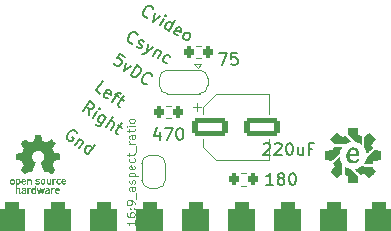
<source format=gto>
G04 #@! TF.GenerationSoftware,KiCad,Pcbnew,(6.0.4)*
G04 #@! TF.CreationDate,2022-12-31T00:33:15-05:00*
G04 #@! TF.ProjectId,scart cable,73636172-7420-4636-9162-6c652e6b6963,rev?*
G04 #@! TF.SameCoordinates,Original*
G04 #@! TF.FileFunction,Legend,Top*
G04 #@! TF.FilePolarity,Positive*
%FSLAX46Y46*%
G04 Gerber Fmt 4.6, Leading zero omitted, Abs format (unit mm)*
G04 Created by KiCad (PCBNEW (6.0.4)) date 2022-12-31 00:33:15*
%MOMM*%
%LPD*%
G01*
G04 APERTURE LIST*
G04 Aperture macros list*
%AMRoundRect*
0 Rectangle with rounded corners*
0 $1 Rounding radius*
0 $2 $3 $4 $5 $6 $7 $8 $9 X,Y pos of 4 corners*
0 Add a 4 corners polygon primitive as box body*
4,1,4,$2,$3,$4,$5,$6,$7,$8,$9,$2,$3,0*
0 Add four circle primitives for the rounded corners*
1,1,$1+$1,$2,$3*
1,1,$1+$1,$4,$5*
1,1,$1+$1,$6,$7*
1,1,$1+$1,$8,$9*
0 Add four rect primitives between the rounded corners*
20,1,$1+$1,$2,$3,$4,$5,0*
20,1,$1+$1,$4,$5,$6,$7,0*
20,1,$1+$1,$6,$7,$8,$9,0*
20,1,$1+$1,$8,$9,$2,$3,0*%
%AMFreePoly0*
4,1,22,0.550000,-0.750000,0.000000,-0.750000,0.000000,-0.745033,-0.079941,-0.743568,-0.215256,-0.701293,-0.333266,-0.622738,-0.424486,-0.514219,-0.481581,-0.384460,-0.499164,-0.250000,-0.500000,-0.250000,-0.500000,0.250000,-0.499164,0.250000,-0.499963,0.256109,-0.478152,0.396186,-0.417904,0.524511,-0.324060,0.630769,-0.204165,0.706417,-0.067858,0.745374,0.000000,0.744959,0.000000,0.750000,
0.550000,0.750000,0.550000,-0.750000,0.550000,-0.750000,$1*%
%AMFreePoly1*
4,1,20,0.000000,0.744959,0.073905,0.744508,0.209726,0.703889,0.328688,0.626782,0.421226,0.519385,0.479903,0.390333,0.500000,0.250000,0.500000,-0.250000,0.499851,-0.262216,0.476331,-0.402017,0.414519,-0.529596,0.319384,-0.634700,0.198574,-0.708877,0.061801,-0.746166,0.000000,-0.745033,0.000000,-0.750000,-0.550000,-0.750000,-0.550000,0.750000,0.000000,0.750000,0.000000,0.744959,
0.000000,0.744959,$1*%
%AMFreePoly2*
4,1,22,0.500000,-0.750000,0.000000,-0.750000,0.000000,-0.745033,-0.079941,-0.743568,-0.215256,-0.701293,-0.333266,-0.622738,-0.424486,-0.514219,-0.481581,-0.384460,-0.499164,-0.250000,-0.500000,-0.250000,-0.500000,0.250000,-0.499164,0.250000,-0.499963,0.256109,-0.478152,0.396186,-0.417904,0.524511,-0.324060,0.630769,-0.204165,0.706417,-0.067858,0.745374,0.000000,0.744959,0.000000,0.750000,
0.500000,0.750000,0.500000,-0.750000,0.500000,-0.750000,$1*%
%AMFreePoly3*
4,1,20,0.000000,0.744959,0.073905,0.744508,0.209726,0.703889,0.328688,0.626782,0.421226,0.519385,0.479903,0.390333,0.500000,0.250000,0.500000,-0.250000,0.499851,-0.262216,0.476331,-0.402017,0.414519,-0.529596,0.319384,-0.634700,0.198574,-0.708877,0.061801,-0.746166,0.000000,-0.745033,0.000000,-0.750000,-0.500000,-0.750000,-0.500000,0.750000,0.000000,0.750000,0.000000,0.744959,
0.000000,0.744959,$1*%
G04 Aperture macros list end*
%ADD10C,0.150000*%
%ADD11C,0.100000*%
%ADD12C,0.120000*%
%ADD13RoundRect,0.500000X0.532364X-0.983152X1.105940X-0.164000X-0.532364X0.983152X-1.105940X0.164000X0*%
%ADD14RoundRect,0.571500X-0.571500X-1.928500X0.571500X-1.928500X0.571500X1.928500X-0.571500X1.928500X0*%
%ADD15RoundRect,0.200000X-0.200000X-0.275000X0.200000X-0.275000X0.200000X0.275000X-0.200000X0.275000X0*%
%ADD16RoundRect,0.500000X0.583088X-0.953943X1.113008X-0.105895X-0.583088X0.953943X-1.113008X0.105895X0*%
%ADD17RoundRect,0.500000X0.599648X-0.943622X1.114686X-0.086454X-0.599648X0.943622X-1.114686X0.086454X0*%
%ADD18RoundRect,0.250000X-1.250000X-0.550000X1.250000X-0.550000X1.250000X0.550000X-1.250000X0.550000X0*%
%ADD19RoundRect,0.200000X0.200000X0.275000X-0.200000X0.275000X-0.200000X-0.275000X0.200000X-0.275000X0*%
%ADD20FreePoly0,180.000000*%
%ADD21R,1.000000X1.500000*%
%ADD22FreePoly1,180.000000*%
%ADD23RoundRect,0.500000X0.566351X-0.963974X1.110990X-0.125304X-0.566351X0.963974X-1.110990X0.125304X0*%
%ADD24FreePoly2,270.000000*%
%ADD25FreePoly3,270.000000*%
%ADD26RoundRect,0.500000X-0.549441X0.973712X-1.108634X0.144674X0.549441X-0.973712X1.108634X-0.144674X0*%
G04 APERTURE END LIST*
D10*
X40856299Y-30102277D02*
X40846235Y-29521099D01*
X40382563Y-29782738D02*
X40941756Y-28953700D01*
X41257580Y-29166726D01*
X41309907Y-29259461D01*
X41322757Y-29325567D01*
X41308979Y-29431151D01*
X41229094Y-29549585D01*
X41136360Y-29601913D01*
X41070253Y-29614763D01*
X40964669Y-29600984D01*
X40648845Y-29387958D01*
X41211601Y-30341931D02*
X41584396Y-29789239D01*
X41770793Y-29512893D02*
X41704687Y-29525743D01*
X41717537Y-29591849D01*
X41783643Y-29579000D01*
X41770793Y-29512893D01*
X41717537Y-29591849D01*
X42334477Y-30295176D02*
X41881797Y-30966301D01*
X41789063Y-31018629D01*
X41722957Y-31031479D01*
X41617373Y-31017700D01*
X41498939Y-30937816D01*
X41446611Y-30845081D01*
X41988310Y-30808389D02*
X41882726Y-30794611D01*
X41724814Y-30688098D01*
X41672487Y-30595364D01*
X41659637Y-30529257D01*
X41673415Y-30423673D01*
X41833185Y-30186805D01*
X41925919Y-30134478D01*
X41992025Y-30121628D01*
X42097610Y-30135406D01*
X42255521Y-30241919D01*
X42307849Y-30334654D01*
X42356462Y-31114150D02*
X42915655Y-30285112D01*
X42711764Y-31353804D02*
X43004674Y-30919546D01*
X43018453Y-30813962D01*
X42966125Y-30721227D01*
X42847691Y-30641343D01*
X42742107Y-30627564D01*
X42676001Y-30640414D01*
X43360905Y-30987510D02*
X43676729Y-31200536D01*
X43665737Y-30791049D02*
X43186428Y-31501652D01*
X43172650Y-31607236D01*
X43224978Y-31699971D01*
X43303933Y-31753227D01*
X51895476Y-24852380D02*
X52562142Y-24852380D01*
X52133571Y-25852380D01*
X53419285Y-24852380D02*
X52943095Y-24852380D01*
X52895476Y-25328571D01*
X52943095Y-25280952D01*
X53038333Y-25233333D01*
X53276428Y-25233333D01*
X53371666Y-25280952D01*
X53419285Y-25328571D01*
X53466904Y-25423809D01*
X53466904Y-25661904D01*
X53419285Y-25757142D01*
X53371666Y-25804761D01*
X53276428Y-25852380D01*
X53038333Y-25852380D01*
X52943095Y-25804761D01*
X52895476Y-25757142D01*
X44613869Y-24038408D02*
X44549135Y-24056970D01*
X44401103Y-24029360D01*
X44317806Y-23983188D01*
X44215946Y-23872281D01*
X44178821Y-23742811D01*
X44183345Y-23636428D01*
X44234041Y-23446748D01*
X44303300Y-23321802D01*
X44437293Y-23178294D01*
X44525114Y-23118083D01*
X44654583Y-23080958D01*
X44802615Y-23108568D01*
X44885912Y-23154740D01*
X44987772Y-23265648D01*
X45006334Y-23330382D01*
X44923972Y-24264746D02*
X44984183Y-24352567D01*
X45150777Y-24444911D01*
X45257160Y-24449435D01*
X45344981Y-24389224D01*
X45368067Y-24347576D01*
X45372591Y-24241192D01*
X45312380Y-24153371D01*
X45187434Y-24084113D01*
X45127223Y-23996292D01*
X45131747Y-23889909D01*
X45154833Y-23848260D01*
X45242654Y-23788049D01*
X45349038Y-23792573D01*
X45473983Y-23861831D01*
X45534194Y-23949652D01*
X45890469Y-24092693D02*
X45775505Y-24791204D01*
X46306954Y-24323555D02*
X45775505Y-24791204D01*
X45576777Y-24953274D01*
X45512042Y-24971837D01*
X45405659Y-24967313D01*
X46640143Y-24508244D02*
X46316936Y-25091324D01*
X46593970Y-24591541D02*
X46658705Y-24572979D01*
X46765088Y-24577503D01*
X46890034Y-24646761D01*
X46950245Y-24734582D01*
X46945721Y-24840966D01*
X46691773Y-25299100D01*
X47506182Y-25696088D02*
X47399799Y-25691565D01*
X47233205Y-25599220D01*
X47172994Y-25511399D01*
X47154431Y-25446664D01*
X47158955Y-25340281D01*
X47297472Y-25090390D01*
X47385293Y-25030179D01*
X47450028Y-25011616D01*
X47556411Y-25016140D01*
X47723005Y-25108485D01*
X47783216Y-25196306D01*
X45896672Y-21839866D02*
X45831623Y-21857295D01*
X45684096Y-21827106D01*
X45601617Y-21779487D01*
X45501709Y-21666819D01*
X45466849Y-21536722D01*
X45473229Y-21430434D01*
X45527228Y-21241667D01*
X45598656Y-21117949D01*
X45735134Y-20976801D01*
X45823992Y-20918132D01*
X45954090Y-20883273D01*
X46101617Y-20913462D01*
X46184096Y-20961081D01*
X46284004Y-21073749D01*
X46301434Y-21138798D01*
X46471061Y-21511661D02*
X46343925Y-22208059D01*
X46883455Y-21749756D01*
X46880036Y-22517582D02*
X47213369Y-21940232D01*
X47380036Y-21651557D02*
X47314987Y-21668987D01*
X47332417Y-21734036D01*
X47397465Y-21716606D01*
X47380036Y-21651557D01*
X47332417Y-21734036D01*
X47663582Y-22969963D02*
X48163582Y-22103938D01*
X47687392Y-22928724D02*
X47581104Y-22922344D01*
X47416147Y-22827106D01*
X47357478Y-22738248D01*
X47340048Y-22673199D01*
X47346427Y-22566911D01*
X47489285Y-22319475D01*
X47578143Y-22260806D01*
X47643192Y-22243376D01*
X47749480Y-22249756D01*
X47914437Y-22344994D01*
X47973106Y-22433852D01*
X48429699Y-23357295D02*
X48323411Y-23350916D01*
X48158454Y-23255678D01*
X48099785Y-23166819D01*
X48106165Y-23060531D01*
X48296641Y-22730617D01*
X48385499Y-22671948D01*
X48491787Y-22678327D01*
X48656745Y-22773565D01*
X48715414Y-22862424D01*
X48709034Y-22968712D01*
X48661415Y-23051191D01*
X48201403Y-22895574D01*
X48942001Y-23708059D02*
X48883332Y-23619200D01*
X48865902Y-23554151D01*
X48872282Y-23447863D01*
X49015139Y-23200427D01*
X49103997Y-23141758D01*
X49169046Y-23124329D01*
X49275334Y-23130708D01*
X49399052Y-23202137D01*
X49457721Y-23290995D01*
X49475151Y-23356044D01*
X49468771Y-23462332D01*
X49325914Y-23709768D01*
X49237056Y-23768437D01*
X49172007Y-23785867D01*
X49065719Y-23779487D01*
X48942001Y-23708059D01*
X55665952Y-32567619D02*
X55713571Y-32520000D01*
X55808809Y-32472380D01*
X56046904Y-32472380D01*
X56142142Y-32520000D01*
X56189761Y-32567619D01*
X56237380Y-32662857D01*
X56237380Y-32758095D01*
X56189761Y-32900952D01*
X55618333Y-33472380D01*
X56237380Y-33472380D01*
X56618333Y-32567619D02*
X56665952Y-32520000D01*
X56761190Y-32472380D01*
X56999285Y-32472380D01*
X57094523Y-32520000D01*
X57142142Y-32567619D01*
X57189761Y-32662857D01*
X57189761Y-32758095D01*
X57142142Y-32900952D01*
X56570714Y-33472380D01*
X57189761Y-33472380D01*
X57808809Y-32472380D02*
X57904047Y-32472380D01*
X57999285Y-32520000D01*
X58046904Y-32567619D01*
X58094523Y-32662857D01*
X58142142Y-32853333D01*
X58142142Y-33091428D01*
X58094523Y-33281904D01*
X58046904Y-33377142D01*
X57999285Y-33424761D01*
X57904047Y-33472380D01*
X57808809Y-33472380D01*
X57713571Y-33424761D01*
X57665952Y-33377142D01*
X57618333Y-33281904D01*
X57570714Y-33091428D01*
X57570714Y-32853333D01*
X57618333Y-32662857D01*
X57665952Y-32567619D01*
X57713571Y-32520000D01*
X57808809Y-32472380D01*
X58999285Y-32805714D02*
X58999285Y-33472380D01*
X58570714Y-32805714D02*
X58570714Y-33329523D01*
X58618333Y-33424761D01*
X58713571Y-33472380D01*
X58856428Y-33472380D01*
X58951666Y-33424761D01*
X58999285Y-33377142D01*
X59808809Y-32948571D02*
X59475476Y-32948571D01*
X59475476Y-33472380D02*
X59475476Y-32472380D01*
X59951666Y-32472380D01*
X39905810Y-31602628D02*
X39856750Y-31508124D01*
X39741176Y-31424155D01*
X39597613Y-31378710D01*
X39464584Y-31399780D01*
X39370080Y-31448839D01*
X39219596Y-31574948D01*
X39135627Y-31690522D01*
X39062192Y-31872610D01*
X39044737Y-31977649D01*
X39065807Y-32110678D01*
X39153391Y-32233172D01*
X39230440Y-32289151D01*
X39374004Y-32334596D01*
X39440518Y-32324061D01*
X39636447Y-32054389D01*
X39482348Y-31942430D01*
X40123117Y-32113674D02*
X39731260Y-32653018D01*
X40067138Y-32190723D02*
X40133652Y-32180188D01*
X40238691Y-32197643D01*
X40354265Y-32281612D01*
X40403324Y-32376116D01*
X40385870Y-32481155D01*
X40077982Y-32904926D01*
X40809950Y-33436732D02*
X41397735Y-32627715D01*
X40837940Y-33398207D02*
X40732901Y-33380752D01*
X40578802Y-33268793D01*
X40529743Y-33174289D01*
X40519208Y-33107775D01*
X40536663Y-33002736D01*
X40704601Y-32771588D01*
X40799106Y-32722528D01*
X40865620Y-32711994D01*
X40970659Y-32729449D01*
X41124757Y-32841408D01*
X41173817Y-32935912D01*
X46863095Y-31535714D02*
X46863095Y-32202380D01*
X46625000Y-31154761D02*
X46386904Y-31869047D01*
X47005952Y-31869047D01*
X47291666Y-31202380D02*
X47958333Y-31202380D01*
X47529761Y-32202380D01*
X48529761Y-31202380D02*
X48625000Y-31202380D01*
X48720238Y-31250000D01*
X48767857Y-31297619D01*
X48815476Y-31392857D01*
X48863095Y-31583333D01*
X48863095Y-31821428D01*
X48815476Y-32011904D01*
X48767857Y-32107142D01*
X48720238Y-32154761D01*
X48625000Y-32202380D01*
X48529761Y-32202380D01*
X48434523Y-32154761D01*
X48386904Y-32107142D01*
X48339285Y-32011904D01*
X48291666Y-31821428D01*
X48291666Y-31583333D01*
X48339285Y-31392857D01*
X48386904Y-31297619D01*
X48434523Y-31250000D01*
X48529761Y-31202380D01*
X43916774Y-25207282D02*
X43517407Y-24947930D01*
X43218118Y-25321362D01*
X43283990Y-25307360D01*
X43389798Y-25319294D01*
X43589482Y-25448970D01*
X43643420Y-25540777D01*
X43657422Y-25606649D01*
X43645488Y-25712457D01*
X43515812Y-25912141D01*
X43424005Y-25966079D01*
X43358133Y-25980081D01*
X43252324Y-25968147D01*
X43052641Y-25838471D01*
X42998703Y-25746664D01*
X42984701Y-25680792D01*
X44054721Y-25694320D02*
X43891312Y-26383110D01*
X44454088Y-25953672D01*
X44410489Y-26720267D02*
X44955128Y-25881597D01*
X45154811Y-26011273D01*
X45248686Y-26129015D01*
X45276689Y-26260759D01*
X45264755Y-26366567D01*
X45200951Y-26552249D01*
X45123146Y-26672060D01*
X44979468Y-26805871D01*
X44887661Y-26859809D01*
X44755917Y-26887812D01*
X44610172Y-26849943D01*
X44410489Y-26720267D01*
X45780270Y-27496255D02*
X45714398Y-27510257D01*
X45568653Y-27472388D01*
X45488779Y-27420518D01*
X45394904Y-27302775D01*
X45366901Y-27171032D01*
X45378835Y-27065223D01*
X45442639Y-26879541D01*
X45520445Y-26759731D01*
X45664122Y-26625919D01*
X45755929Y-26571981D01*
X45887673Y-26543978D01*
X46033418Y-26581847D01*
X46113292Y-26633717D01*
X46207167Y-26751460D01*
X46221168Y-26817332D01*
X56483333Y-36012380D02*
X55911904Y-36012380D01*
X56197619Y-36012380D02*
X56197619Y-35012380D01*
X56102380Y-35155238D01*
X56007142Y-35250476D01*
X55911904Y-35298095D01*
X57054761Y-35440952D02*
X56959523Y-35393333D01*
X56911904Y-35345714D01*
X56864285Y-35250476D01*
X56864285Y-35202857D01*
X56911904Y-35107619D01*
X56959523Y-35060000D01*
X57054761Y-35012380D01*
X57245238Y-35012380D01*
X57340476Y-35060000D01*
X57388095Y-35107619D01*
X57435714Y-35202857D01*
X57435714Y-35250476D01*
X57388095Y-35345714D01*
X57340476Y-35393333D01*
X57245238Y-35440952D01*
X57054761Y-35440952D01*
X56959523Y-35488571D01*
X56911904Y-35536190D01*
X56864285Y-35631428D01*
X56864285Y-35821904D01*
X56911904Y-35917142D01*
X56959523Y-35964761D01*
X57054761Y-36012380D01*
X57245238Y-36012380D01*
X57340476Y-35964761D01*
X57388095Y-35917142D01*
X57435714Y-35821904D01*
X57435714Y-35631428D01*
X57388095Y-35536190D01*
X57340476Y-35488571D01*
X57245238Y-35440952D01*
X58054761Y-35012380D02*
X58150000Y-35012380D01*
X58245238Y-35060000D01*
X58292857Y-35107619D01*
X58340476Y-35202857D01*
X58388095Y-35393333D01*
X58388095Y-35631428D01*
X58340476Y-35821904D01*
X58292857Y-35917142D01*
X58245238Y-35964761D01*
X58150000Y-36012380D01*
X58054761Y-36012380D01*
X57959523Y-35964761D01*
X57911904Y-35917142D01*
X57864285Y-35821904D01*
X57816666Y-35631428D01*
X57816666Y-35393333D01*
X57864285Y-35202857D01*
X57911904Y-35107619D01*
X57959523Y-35060000D01*
X58054761Y-35012380D01*
D11*
X44771666Y-39009999D02*
X44771666Y-39409999D01*
X44771666Y-39209999D02*
X44071666Y-39209999D01*
X44171666Y-39276666D01*
X44238333Y-39343333D01*
X44271666Y-39409999D01*
X44071666Y-38409999D02*
X44071666Y-38543333D01*
X44105000Y-38609999D01*
X44138333Y-38643333D01*
X44238333Y-38709999D01*
X44371666Y-38743333D01*
X44638333Y-38743333D01*
X44705000Y-38709999D01*
X44738333Y-38676666D01*
X44771666Y-38609999D01*
X44771666Y-38476666D01*
X44738333Y-38409999D01*
X44705000Y-38376666D01*
X44638333Y-38343333D01*
X44471666Y-38343333D01*
X44405000Y-38376666D01*
X44371666Y-38409999D01*
X44338333Y-38476666D01*
X44338333Y-38609999D01*
X44371666Y-38676666D01*
X44405000Y-38709999D01*
X44471666Y-38743333D01*
X44705000Y-38043333D02*
X44738333Y-38009999D01*
X44771666Y-38043333D01*
X44738333Y-38076666D01*
X44705000Y-38043333D01*
X44771666Y-38043333D01*
X44338333Y-38043333D02*
X44371666Y-38009999D01*
X44405000Y-38043333D01*
X44371666Y-38076666D01*
X44338333Y-38043333D01*
X44405000Y-38043333D01*
X44771666Y-37676666D02*
X44771666Y-37543333D01*
X44738333Y-37476666D01*
X44705000Y-37443333D01*
X44605000Y-37376666D01*
X44471666Y-37343333D01*
X44205000Y-37343333D01*
X44138333Y-37376666D01*
X44105000Y-37409999D01*
X44071666Y-37476666D01*
X44071666Y-37609999D01*
X44105000Y-37676666D01*
X44138333Y-37709999D01*
X44205000Y-37743333D01*
X44371666Y-37743333D01*
X44438333Y-37709999D01*
X44471666Y-37676666D01*
X44505000Y-37609999D01*
X44505000Y-37476666D01*
X44471666Y-37409999D01*
X44438333Y-37376666D01*
X44371666Y-37343333D01*
X44838333Y-37209999D02*
X44838333Y-36676666D01*
X44771666Y-36209999D02*
X44405000Y-36209999D01*
X44338333Y-36243333D01*
X44305000Y-36309999D01*
X44305000Y-36443333D01*
X44338333Y-36509999D01*
X44738333Y-36209999D02*
X44771666Y-36276666D01*
X44771666Y-36443333D01*
X44738333Y-36509999D01*
X44671666Y-36543333D01*
X44605000Y-36543333D01*
X44538333Y-36509999D01*
X44505000Y-36443333D01*
X44505000Y-36276666D01*
X44471666Y-36209999D01*
X44738333Y-35909999D02*
X44771666Y-35843333D01*
X44771666Y-35709999D01*
X44738333Y-35643333D01*
X44671666Y-35609999D01*
X44638333Y-35609999D01*
X44571666Y-35643333D01*
X44538333Y-35709999D01*
X44538333Y-35809999D01*
X44505000Y-35876666D01*
X44438333Y-35909999D01*
X44405000Y-35909999D01*
X44338333Y-35876666D01*
X44305000Y-35809999D01*
X44305000Y-35709999D01*
X44338333Y-35643333D01*
X44305000Y-35310000D02*
X45005000Y-35310000D01*
X44338333Y-35310000D02*
X44305000Y-35243333D01*
X44305000Y-35110000D01*
X44338333Y-35043333D01*
X44371666Y-35010000D01*
X44438333Y-34976666D01*
X44638333Y-34976666D01*
X44705000Y-35010000D01*
X44738333Y-35043333D01*
X44771666Y-35110000D01*
X44771666Y-35243333D01*
X44738333Y-35310000D01*
X44738333Y-34410000D02*
X44771666Y-34476666D01*
X44771666Y-34610000D01*
X44738333Y-34676666D01*
X44671666Y-34710000D01*
X44405000Y-34710000D01*
X44338333Y-34676666D01*
X44305000Y-34610000D01*
X44305000Y-34476666D01*
X44338333Y-34410000D01*
X44405000Y-34376666D01*
X44471666Y-34376666D01*
X44538333Y-34710000D01*
X44738333Y-33776666D02*
X44771666Y-33843333D01*
X44771666Y-33976666D01*
X44738333Y-34043333D01*
X44705000Y-34076666D01*
X44638333Y-34110000D01*
X44438333Y-34110000D01*
X44371666Y-34076666D01*
X44338333Y-34043333D01*
X44305000Y-33976666D01*
X44305000Y-33843333D01*
X44338333Y-33776666D01*
X44305000Y-33576666D02*
X44305000Y-33310000D01*
X44071666Y-33476666D02*
X44671666Y-33476666D01*
X44738333Y-33443333D01*
X44771666Y-33376666D01*
X44771666Y-33310000D01*
X44838333Y-33243333D02*
X44838333Y-32710000D01*
X44771666Y-32543333D02*
X44305000Y-32543333D01*
X44438333Y-32543333D02*
X44371666Y-32510000D01*
X44338333Y-32476666D01*
X44305000Y-32410000D01*
X44305000Y-32343333D01*
X44771666Y-31810000D02*
X44405000Y-31810000D01*
X44338333Y-31843333D01*
X44305000Y-31910000D01*
X44305000Y-32043333D01*
X44338333Y-32110000D01*
X44738333Y-31810000D02*
X44771666Y-31876666D01*
X44771666Y-32043333D01*
X44738333Y-32110000D01*
X44671666Y-32143333D01*
X44605000Y-32143333D01*
X44538333Y-32110000D01*
X44505000Y-32043333D01*
X44505000Y-31876666D01*
X44471666Y-31810000D01*
X44305000Y-31576666D02*
X44305000Y-31310000D01*
X44071666Y-31476666D02*
X44671666Y-31476666D01*
X44738333Y-31443333D01*
X44771666Y-31376666D01*
X44771666Y-31310000D01*
X44771666Y-31076666D02*
X44305000Y-31076666D01*
X44071666Y-31076666D02*
X44105000Y-31110000D01*
X44138333Y-31076666D01*
X44105000Y-31043333D01*
X44071666Y-31076666D01*
X44138333Y-31076666D01*
X44771666Y-30643333D02*
X44738333Y-30710000D01*
X44705000Y-30743333D01*
X44638333Y-30776666D01*
X44438333Y-30776666D01*
X44371666Y-30743333D01*
X44338333Y-30710000D01*
X44305000Y-30643333D01*
X44305000Y-30543333D01*
X44338333Y-30476666D01*
X44371666Y-30443333D01*
X44438333Y-30410000D01*
X44638333Y-30410000D01*
X44705000Y-30443333D01*
X44738333Y-30476666D01*
X44771666Y-30543333D01*
X44771666Y-30643333D01*
D10*
X41846919Y-28295527D02*
X41456847Y-28022396D01*
X42030423Y-27203244D01*
X42459341Y-28666218D02*
X42354014Y-28650599D01*
X42197985Y-28541346D01*
X42147283Y-28447712D01*
X42162902Y-28342385D01*
X42381408Y-28030327D01*
X42475041Y-27979625D01*
X42580369Y-27995245D01*
X42736398Y-28104497D01*
X42787099Y-28198131D01*
X42771480Y-28303458D01*
X42716854Y-28381473D01*
X42272155Y-28186356D01*
X43087463Y-28350316D02*
X43399521Y-28568821D01*
X42822100Y-28978357D02*
X43313737Y-28276226D01*
X43407371Y-28225525D01*
X43512699Y-28241144D01*
X43590713Y-28295770D01*
X43555550Y-28678074D02*
X43867608Y-28896579D01*
X43863764Y-28486962D02*
X43372127Y-29189093D01*
X43356508Y-29294420D01*
X43407209Y-29388054D01*
X43485224Y-29442680D01*
D12*
X49927742Y-24242500D02*
X50402258Y-24242500D01*
X49927742Y-25287500D02*
X50402258Y-25287500D01*
X51644437Y-28355000D02*
X56100000Y-28355000D01*
X50580000Y-32810563D02*
X51644437Y-33875000D01*
X51644437Y-33875000D02*
X56100000Y-33875000D01*
X50580000Y-32810563D02*
X50580000Y-32175000D01*
X56100000Y-33875000D02*
X56100000Y-32175000D01*
X56100000Y-28355000D02*
X56100000Y-30055000D01*
X50027500Y-29117500D02*
X50027500Y-29742500D01*
X49715000Y-29430000D02*
X50340000Y-29430000D01*
X50580000Y-29419437D02*
X50580000Y-30055000D01*
X50580000Y-29419437D02*
X51644437Y-28355000D01*
X47862258Y-29322500D02*
X47387742Y-29322500D01*
X47862258Y-30367500D02*
X47387742Y-30367500D01*
G36*
X62098335Y-33674527D02*
G01*
X62103414Y-33693466D01*
X62104458Y-33699446D01*
X62132590Y-33831415D01*
X62174231Y-33957660D01*
X62228255Y-34075138D01*
X62270190Y-34146462D01*
X62308475Y-34205644D01*
X62308475Y-35114787D01*
X62279834Y-35139558D01*
X62254552Y-35160902D01*
X62225804Y-35184459D01*
X62216898Y-35191595D01*
X62199701Y-35205331D01*
X62171625Y-35227827D01*
X62135317Y-35256961D01*
X62093424Y-35290607D01*
X62048593Y-35326643D01*
X62039370Y-35334060D01*
X61996303Y-35368679D01*
X61957548Y-35399793D01*
X61925245Y-35425690D01*
X61901529Y-35444657D01*
X61888539Y-35454981D01*
X61887026Y-35456157D01*
X61878847Y-35451764D01*
X61859372Y-35435643D01*
X61829388Y-35408534D01*
X61789678Y-35371179D01*
X61741026Y-35324320D01*
X61684218Y-35268697D01*
X61620038Y-35205053D01*
X61598344Y-35183386D01*
X61318774Y-34903717D01*
X61441082Y-34751898D01*
X61477335Y-34706922D01*
X61510636Y-34665653D01*
X61539196Y-34630306D01*
X61561226Y-34603094D01*
X61574936Y-34586231D01*
X61577850Y-34582686D01*
X61589433Y-34568508D01*
X61608666Y-34544712D01*
X61632363Y-34515248D01*
X61646473Y-34497647D01*
X61700637Y-34430000D01*
X61662355Y-34354444D01*
X61642361Y-34314217D01*
X61622356Y-34272696D01*
X61605746Y-34236989D01*
X61601364Y-34227176D01*
X61578653Y-34175463D01*
X61832829Y-33921178D01*
X61887554Y-33866573D01*
X61938531Y-33815987D01*
X61984445Y-33770702D01*
X62023985Y-33731999D01*
X62055836Y-33701163D01*
X62078687Y-33679474D01*
X62091224Y-33668216D01*
X62093177Y-33666893D01*
X62098335Y-33674527D01*
G37*
G36*
X62548492Y-34453189D02*
G01*
X62570321Y-34468119D01*
X62597311Y-34486838D01*
X62599796Y-34488574D01*
X62668943Y-34532323D01*
X62746439Y-34573821D01*
X62823436Y-34608426D01*
X62842343Y-34615745D01*
X62878061Y-34628119D01*
X62919303Y-34640990D01*
X62961759Y-34653177D01*
X63001119Y-34663502D01*
X63033073Y-34670782D01*
X63053311Y-34673837D01*
X63054532Y-34673865D01*
X63063124Y-34679842D01*
X63082736Y-34697008D01*
X63112174Y-34724216D01*
X63150240Y-34760318D01*
X63195740Y-34804168D01*
X63247477Y-34854618D01*
X63304255Y-34910520D01*
X63364880Y-34970728D01*
X63387620Y-34993441D01*
X63707108Y-35313016D01*
X63701761Y-35360204D01*
X63698565Y-35388214D01*
X63694018Y-35427812D01*
X63688772Y-35473338D01*
X63684354Y-35511562D01*
X63678285Y-35565271D01*
X63671764Y-35625060D01*
X63665756Y-35681977D01*
X63662782Y-35711220D01*
X63658394Y-35753885D01*
X63654078Y-35793518D01*
X63650417Y-35824867D01*
X63648529Y-35839261D01*
X63643791Y-35871814D01*
X62856891Y-35871814D01*
X62852152Y-35839261D01*
X62849318Y-35817030D01*
X62845415Y-35782768D01*
X62841027Y-35741727D01*
X62837925Y-35711220D01*
X62832532Y-35659312D01*
X62825977Y-35599664D01*
X62819313Y-35541753D01*
X62816207Y-35515902D01*
X62810408Y-35465843D01*
X62804754Y-35412369D01*
X62800060Y-35363404D01*
X62798034Y-35339362D01*
X62794244Y-35303393D01*
X62789417Y-35276247D01*
X62784264Y-35261545D01*
X62782493Y-35260004D01*
X62756768Y-35252254D01*
X62720974Y-35240632D01*
X62679887Y-35226787D01*
X62638284Y-35212363D01*
X62600942Y-35199008D01*
X62572637Y-35188367D01*
X62562388Y-35184151D01*
X62525495Y-35167858D01*
X62525495Y-34803158D01*
X62525591Y-34711036D01*
X62525906Y-34635002D01*
X62526478Y-34573781D01*
X62527346Y-34526100D01*
X62528548Y-34490686D01*
X62530123Y-34466265D01*
X62532110Y-34451565D01*
X62534546Y-34445310D01*
X62536346Y-34445143D01*
X62548492Y-34453189D01*
G37*
G36*
X65074143Y-33080576D02*
G01*
X65103968Y-33083882D01*
X65145141Y-33088542D01*
X65191770Y-33093885D01*
X65229562Y-33098261D01*
X65283268Y-33104358D01*
X65343055Y-33110902D01*
X65399969Y-33116922D01*
X65429220Y-33119900D01*
X65471885Y-33124287D01*
X65511518Y-33128603D01*
X65542867Y-33132265D01*
X65557261Y-33134152D01*
X65589814Y-33138891D01*
X65589814Y-33925791D01*
X65557261Y-33930529D01*
X65535030Y-33933364D01*
X65500768Y-33937266D01*
X65459727Y-33941654D01*
X65429220Y-33944757D01*
X65377312Y-33950149D01*
X65317664Y-33956705D01*
X65259753Y-33963369D01*
X65233902Y-33966475D01*
X65183843Y-33972273D01*
X65130369Y-33977928D01*
X65081404Y-33982622D01*
X65057362Y-33984648D01*
X65021411Y-33988436D01*
X64994259Y-33993262D01*
X64979536Y-33998413D01*
X64977983Y-34000188D01*
X64968236Y-34032643D01*
X64954543Y-34074966D01*
X64939054Y-34120770D01*
X64923917Y-34163666D01*
X64914156Y-34189911D01*
X64891603Y-34248506D01*
X64528884Y-34248506D01*
X64451427Y-34248415D01*
X64379625Y-34248156D01*
X64315278Y-34247748D01*
X64260183Y-34247211D01*
X64216137Y-34246563D01*
X64184940Y-34245825D01*
X64168387Y-34245016D01*
X64166164Y-34244582D01*
X64170786Y-34236113D01*
X64183032Y-34217212D01*
X64200474Y-34191602D01*
X64204742Y-34185471D01*
X64250905Y-34112605D01*
X64293866Y-34032100D01*
X64329020Y-33952711D01*
X64333745Y-33940338D01*
X64347314Y-33901143D01*
X64360879Y-33857289D01*
X64373274Y-33813114D01*
X64383337Y-33772955D01*
X64389903Y-33741149D01*
X64391865Y-33723809D01*
X64398001Y-33712983D01*
X64416443Y-33690569D01*
X64447242Y-33656513D01*
X64490450Y-33610761D01*
X64546118Y-33553258D01*
X64614298Y-33483950D01*
X64695041Y-33402783D01*
X64707379Y-33390442D01*
X65022894Y-33075016D01*
X65074143Y-33080576D01*
G37*
G36*
X64901386Y-31880344D02*
G01*
X64967412Y-31946691D01*
X65025650Y-32005914D01*
X65075359Y-32057228D01*
X65115798Y-32099850D01*
X65146226Y-32132993D01*
X65165901Y-32155875D01*
X65174081Y-32167709D01*
X65174157Y-32169026D01*
X65166559Y-32178655D01*
X65150029Y-32199371D01*
X65126523Y-32228735D01*
X65097999Y-32264313D01*
X65066413Y-32303668D01*
X65033723Y-32344363D01*
X65001885Y-32383962D01*
X64972857Y-32420029D01*
X64948595Y-32450128D01*
X64931056Y-32471821D01*
X64922763Y-32481995D01*
X64911205Y-32496179D01*
X64891996Y-32519974D01*
X64868322Y-32549426D01*
X64854303Y-32566917D01*
X64800234Y-32634447D01*
X64846728Y-32727481D01*
X64866311Y-32767476D01*
X64884017Y-32805103D01*
X64897741Y-32835804D01*
X64904810Y-32853341D01*
X64916397Y-32886166D01*
X64665038Y-33137637D01*
X64610643Y-33191923D01*
X64560023Y-33242185D01*
X64514496Y-33287133D01*
X64475381Y-33325478D01*
X64443993Y-33355931D01*
X64421652Y-33377202D01*
X64409674Y-33388003D01*
X64408041Y-33389108D01*
X64400518Y-33382224D01*
X64397134Y-33375376D01*
X64392758Y-33355365D01*
X64391865Y-33342288D01*
X64389187Y-33320138D01*
X64381934Y-33285975D01*
X64371275Y-33244170D01*
X64358381Y-33199092D01*
X64344420Y-33155113D01*
X64333529Y-33124343D01*
X64303099Y-33050207D01*
X64269524Y-32983571D01*
X64229988Y-32917904D01*
X64192207Y-32859038D01*
X64192207Y-31949895D01*
X64220847Y-31925123D01*
X64246112Y-31903779D01*
X64274846Y-31880197D01*
X64283783Y-31873018D01*
X64300658Y-31859504D01*
X64328517Y-31837119D01*
X64364834Y-31807896D01*
X64407081Y-31773870D01*
X64452733Y-31737073D01*
X64469898Y-31723230D01*
X64621717Y-31600774D01*
X64901386Y-31880344D01*
G37*
G36*
X63648529Y-31225420D02*
G01*
X63651364Y-31247651D01*
X63655266Y-31281914D01*
X63659654Y-31322954D01*
X63662757Y-31353462D01*
X63668149Y-31405369D01*
X63674705Y-31465018D01*
X63681369Y-31522929D01*
X63684475Y-31548780D01*
X63690273Y-31598838D01*
X63695928Y-31652312D01*
X63700622Y-31701277D01*
X63702648Y-31725320D01*
X63706438Y-31761289D01*
X63711264Y-31788435D01*
X63716418Y-31803136D01*
X63718188Y-31804677D01*
X63743913Y-31812428D01*
X63779708Y-31824049D01*
X63820794Y-31837895D01*
X63862397Y-31852318D01*
X63899739Y-31865674D01*
X63928044Y-31876315D01*
X63938294Y-31880531D01*
X63975187Y-31896824D01*
X63975187Y-32261011D01*
X63975137Y-32338622D01*
X63974994Y-32410574D01*
X63974770Y-32475074D01*
X63974473Y-32530329D01*
X63974117Y-32574546D01*
X63973710Y-32605930D01*
X63973264Y-32622690D01*
X63973017Y-32625030D01*
X63965435Y-32620347D01*
X63946792Y-32607881D01*
X63920270Y-32589776D01*
X63901400Y-32576755D01*
X63785310Y-32506675D01*
X63659706Y-32450275D01*
X63526993Y-32408608D01*
X63506424Y-32403648D01*
X63441318Y-32388563D01*
X63117944Y-32066359D01*
X62794569Y-31744154D01*
X62799419Y-31700722D01*
X62802397Y-31674377D01*
X62806754Y-31636232D01*
X62811868Y-31591732D01*
X62816327Y-31553120D01*
X62822396Y-31499411D01*
X62828918Y-31439621D01*
X62834925Y-31382705D01*
X62837900Y-31353462D01*
X62842287Y-31310796D01*
X62846603Y-31271163D01*
X62850265Y-31239815D01*
X62852152Y-31225420D01*
X62856891Y-31192867D01*
X63643791Y-31192867D01*
X63648529Y-31225420D01*
G37*
G36*
X62071645Y-32807591D02*
G01*
X62147680Y-32807906D01*
X62208901Y-32808478D01*
X62256582Y-32809346D01*
X62291996Y-32810548D01*
X62316416Y-32812123D01*
X62331117Y-32814110D01*
X62337371Y-32816546D01*
X62337538Y-32818346D01*
X62329493Y-32830492D01*
X62314563Y-32852321D01*
X62295843Y-32879311D01*
X62294108Y-32881796D01*
X62250358Y-32950943D01*
X62208861Y-33028439D01*
X62174255Y-33105436D01*
X62166936Y-33124343D01*
X62154563Y-33160061D01*
X62141692Y-33201303D01*
X62129504Y-33243759D01*
X62119180Y-33283119D01*
X62111900Y-33315073D01*
X62108844Y-33335311D01*
X62108816Y-33336532D01*
X62102796Y-33346052D01*
X62085674Y-33366154D01*
X62058862Y-33395439D01*
X62023772Y-33432505D01*
X61981813Y-33475954D01*
X61934396Y-33524385D01*
X61882934Y-33576400D01*
X61828836Y-33630597D01*
X61773513Y-33685578D01*
X61718377Y-33739943D01*
X61664838Y-33792292D01*
X61614307Y-33841225D01*
X61568196Y-33885343D01*
X61527914Y-33923246D01*
X61494874Y-33953534D01*
X61470485Y-33974807D01*
X61456159Y-33985666D01*
X61453373Y-33986782D01*
X61431774Y-33984805D01*
X61410013Y-33982464D01*
X61332079Y-33973458D01*
X61268492Y-33966164D01*
X61216357Y-33960261D01*
X61172779Y-33955427D01*
X61134864Y-33951340D01*
X61099716Y-33947678D01*
X61071462Y-33944820D01*
X61028797Y-33940417D01*
X60989165Y-33936088D01*
X60957816Y-33932419D01*
X60943420Y-33930529D01*
X60910867Y-33925791D01*
X60910867Y-33138891D01*
X60943420Y-33134152D01*
X60965651Y-33131318D01*
X60999914Y-33127415D01*
X61040954Y-33123027D01*
X61071462Y-33119925D01*
X61123369Y-33114532D01*
X61183018Y-33107977D01*
X61240929Y-33101313D01*
X61266780Y-33098207D01*
X61316838Y-33092408D01*
X61370312Y-33086754D01*
X61419277Y-33082060D01*
X61443320Y-33080034D01*
X61479289Y-33076244D01*
X61506435Y-33071417D01*
X61521136Y-33066264D01*
X61522677Y-33064493D01*
X61530428Y-33038768D01*
X61542049Y-33002974D01*
X61555895Y-32961887D01*
X61570318Y-32920284D01*
X61583674Y-32882942D01*
X61594315Y-32854637D01*
X61598531Y-32844388D01*
X61614824Y-32807495D01*
X61979523Y-32807495D01*
X62071645Y-32807591D01*
G37*
G36*
X64384051Y-34465937D02*
G01*
X64830245Y-34466347D01*
X64869309Y-34515643D01*
X64890961Y-34542886D01*
X64910167Y-34566910D01*
X64922763Y-34582508D01*
X64933877Y-34596210D01*
X64953148Y-34620100D01*
X64978640Y-34651769D01*
X65008418Y-34688806D01*
X65040547Y-34728801D01*
X65073093Y-34769344D01*
X65104121Y-34808025D01*
X65131696Y-34842434D01*
X65153883Y-34870160D01*
X65168746Y-34888794D01*
X65174157Y-34895656D01*
X65169764Y-34903835D01*
X65153643Y-34923309D01*
X65126534Y-34953294D01*
X65089179Y-34993004D01*
X65042320Y-35041655D01*
X64986697Y-35098463D01*
X64923053Y-35162643D01*
X64901386Y-35184337D01*
X64621717Y-35463908D01*
X64469898Y-35341599D01*
X64424922Y-35305347D01*
X64383653Y-35272046D01*
X64348306Y-35243486D01*
X64321094Y-35221456D01*
X64304231Y-35207745D01*
X64300686Y-35204832D01*
X64286508Y-35193249D01*
X64262712Y-35174016D01*
X64233248Y-35150318D01*
X64215647Y-35136208D01*
X64148000Y-35082045D01*
X64072444Y-35120326D01*
X64032514Y-35140184D01*
X63991580Y-35159928D01*
X63956601Y-35176220D01*
X63946820Y-35180591D01*
X63896751Y-35202575D01*
X63640007Y-34946269D01*
X63585277Y-34891448D01*
X63534722Y-34840451D01*
X63489595Y-34794568D01*
X63451146Y-34755090D01*
X63420630Y-34723304D01*
X63399297Y-34700503D01*
X63388402Y-34687976D01*
X63387269Y-34685957D01*
X63397287Y-34682624D01*
X63419511Y-34677860D01*
X63446679Y-34673102D01*
X63575993Y-34643751D01*
X63703178Y-34597530D01*
X63827033Y-34534905D01*
X63871885Y-34507601D01*
X63937858Y-34465526D01*
X64384051Y-34465937D01*
G37*
G36*
X62731479Y-33205170D02*
G01*
X62776915Y-33126627D01*
X62836703Y-33052349D01*
X62855365Y-33032742D01*
X62928627Y-32967793D01*
X63006991Y-32917972D01*
X63094082Y-32881108D01*
X63124393Y-32871691D01*
X63162888Y-32861276D01*
X63194279Y-32854919D01*
X63224898Y-32851961D01*
X63261080Y-32851736D01*
X63301094Y-32853209D01*
X63377080Y-32860002D01*
X63442180Y-32873862D01*
X63502005Y-32896449D01*
X63562167Y-32929419D01*
X63565036Y-32931214D01*
X63630465Y-32982327D01*
X63686304Y-33046467D01*
X63730966Y-33121253D01*
X63762860Y-33204304D01*
X63772162Y-33241534D01*
X63778673Y-33284089D01*
X63782166Y-33332630D01*
X63782775Y-33382999D01*
X63780633Y-33431038D01*
X63775876Y-33472590D01*
X63768636Y-33503497D01*
X63763355Y-33514905D01*
X63749086Y-33536681D01*
X62950853Y-33536681D01*
X62951158Y-33573575D01*
X62959673Y-33656333D01*
X62983001Y-33733712D01*
X63019917Y-33803660D01*
X63069197Y-33864123D01*
X63129617Y-33913049D01*
X63165920Y-33933690D01*
X63194396Y-33947478D01*
X63216778Y-33956715D01*
X63237826Y-33962312D01*
X63262302Y-33965181D01*
X63294966Y-33966233D01*
X63336685Y-33966380D01*
X63382502Y-33966056D01*
X63415514Y-33964620D01*
X63440274Y-33961375D01*
X63461332Y-33955626D01*
X63483242Y-33946676D01*
X63492023Y-33942626D01*
X63528029Y-33922771D01*
X63569747Y-33895265D01*
X63611452Y-33864290D01*
X63647418Y-33834027D01*
X63666194Y-33815417D01*
X63683853Y-33801128D01*
X63702374Y-33799219D01*
X63725019Y-33810277D01*
X63750209Y-33830542D01*
X63787888Y-33863979D01*
X63757836Y-33913656D01*
X63699496Y-33994246D01*
X63630021Y-34062289D01*
X63550735Y-34116702D01*
X63462965Y-34156405D01*
X63458349Y-34157994D01*
X63422336Y-34169109D01*
X63388676Y-34176480D01*
X63351496Y-34180992D01*
X63304925Y-34183533D01*
X63285064Y-34184126D01*
X63239101Y-34184519D01*
X63194701Y-34183520D01*
X63157441Y-34181331D01*
X63135948Y-34178755D01*
X63064983Y-34160088D01*
X62991402Y-34130187D01*
X62922505Y-34092074D01*
X62915732Y-34087647D01*
X62846831Y-34031628D01*
X62788071Y-33962762D01*
X62740009Y-33882683D01*
X62703204Y-33793020D01*
X62678215Y-33695408D01*
X62665601Y-33591477D01*
X62665920Y-33482859D01*
X62676605Y-33389108D01*
X62678564Y-33380427D01*
X62950523Y-33380427D01*
X63187240Y-33380378D01*
X63253461Y-33380044D01*
X63314483Y-33379122D01*
X63367809Y-33377695D01*
X63410943Y-33375846D01*
X63441387Y-33373656D01*
X63455617Y-33371536D01*
X63487190Y-33356391D01*
X63507398Y-33330702D01*
X63517229Y-33292768D01*
X63518557Y-33263236D01*
X63509583Y-33201517D01*
X63484921Y-33144158D01*
X63446132Y-33093575D01*
X63394782Y-33052184D01*
X63374402Y-33040458D01*
X63329130Y-33024932D01*
X63275764Y-33019305D01*
X63220386Y-33023451D01*
X63169078Y-33037245D01*
X63151764Y-33045067D01*
X63094567Y-33083970D01*
X63044713Y-33136330D01*
X63004478Y-33198999D01*
X62976141Y-33268827D01*
X62968611Y-33298233D01*
X62962280Y-33327636D01*
X62956773Y-33352802D01*
X62954962Y-33360895D01*
X62950523Y-33380427D01*
X62678564Y-33380427D01*
X62698630Y-33291491D01*
X62731479Y-33205170D01*
G37*
G36*
X61932039Y-31642436D02*
G01*
X61953745Y-31659380D01*
X61985924Y-31684852D01*
X62025637Y-31716493D01*
X62069947Y-31751943D01*
X62115915Y-31788845D01*
X62160603Y-31824837D01*
X62201074Y-31857561D01*
X62234389Y-31884657D01*
X62257609Y-31903766D01*
X62260660Y-31906318D01*
X62277377Y-31919992D01*
X62301250Y-31939099D01*
X62316881Y-31951454D01*
X62355670Y-31981942D01*
X62416710Y-31948960D01*
X62456563Y-31928444D01*
X62502624Y-31906224D01*
X62544994Y-31887075D01*
X62545406Y-31886898D01*
X62613062Y-31857817D01*
X62868765Y-32113411D01*
X62923525Y-32168287D01*
X62974271Y-32219411D01*
X63019723Y-32265474D01*
X63058603Y-32305168D01*
X63089632Y-32337185D01*
X63111533Y-32360216D01*
X63123025Y-32372953D01*
X63124469Y-32375038D01*
X63116716Y-32379601D01*
X63096983Y-32384453D01*
X63083235Y-32386664D01*
X63047307Y-32393141D01*
X63000734Y-32403772D01*
X62949279Y-32417030D01*
X62898702Y-32431387D01*
X62854765Y-32445316D01*
X62834640Y-32452578D01*
X62782897Y-32474823D01*
X62725151Y-32503198D01*
X62669039Y-32533761D01*
X62624425Y-32561083D01*
X62580123Y-32590475D01*
X61659412Y-32590475D01*
X61645990Y-32569991D01*
X61631597Y-32550040D01*
X61620957Y-32537438D01*
X61611649Y-32526665D01*
X61593724Y-32505006D01*
X61569383Y-32475155D01*
X61540828Y-32439803D01*
X61525895Y-32421199D01*
X61492581Y-32379657D01*
X61459064Y-32337937D01*
X61428702Y-32300214D01*
X61404853Y-32270662D01*
X61399627Y-32264208D01*
X61376144Y-32234827D01*
X61354527Y-32207078D01*
X61339185Y-32186627D01*
X61338374Y-32185494D01*
X61319937Y-32159602D01*
X61878775Y-31601540D01*
X61932039Y-31642436D01*
G37*
G36*
X37172160Y-36595731D02*
G01*
X37189204Y-36558661D01*
X37216470Y-36528461D01*
X37251166Y-36506873D01*
X37264641Y-36501518D01*
X37279849Y-36497665D01*
X37299330Y-36494992D01*
X37325625Y-36493178D01*
X37361272Y-36491901D01*
X37371508Y-36491639D01*
X37463718Y-36489395D01*
X37463718Y-36453151D01*
X37461906Y-36426354D01*
X37456080Y-36408986D01*
X37452778Y-36404416D01*
X37433483Y-36390661D01*
X37406317Y-36381843D01*
X37374722Y-36377950D01*
X37342142Y-36378970D01*
X37312017Y-36384890D01*
X37287791Y-36395698D01*
X37277083Y-36405041D01*
X37271803Y-36409568D01*
X37265094Y-36409431D01*
X37254425Y-36403615D01*
X37237263Y-36391106D01*
X37231759Y-36386889D01*
X37213957Y-36372545D01*
X37200878Y-36360775D01*
X37195007Y-36353840D01*
X37194902Y-36353369D01*
X37200034Y-36343735D01*
X37213395Y-36330921D01*
X37231931Y-36317137D01*
X37252592Y-36304593D01*
X37272323Y-36295500D01*
X37276934Y-36293971D01*
X37310419Y-36287434D01*
X37350894Y-36284642D01*
X37393431Y-36285574D01*
X37433099Y-36290206D01*
X37453603Y-36294788D01*
X37486910Y-36308802D01*
X37516988Y-36330037D01*
X37540895Y-36355853D01*
X37555686Y-36383610D01*
X37556832Y-36387391D01*
X37558948Y-36401792D01*
X37560719Y-36427654D01*
X37562110Y-36463939D01*
X37563087Y-36509609D01*
X37563618Y-36563627D01*
X37563708Y-36598380D01*
X37563743Y-36784364D01*
X37463718Y-36784364D01*
X37463718Y-36745743D01*
X37444770Y-36761687D01*
X37425426Y-36774380D01*
X37404052Y-36783657D01*
X37402572Y-36784088D01*
X37371789Y-36789122D01*
X37335335Y-36789914D01*
X37299050Y-36786670D01*
X37268775Y-36779592D01*
X37268277Y-36779415D01*
X37228546Y-36759309D01*
X37197830Y-36731522D01*
X37176896Y-36697519D01*
X37166511Y-36658767D01*
X37167018Y-36635890D01*
X37263868Y-36635890D01*
X37268943Y-36660406D01*
X37283430Y-36678436D01*
X37302582Y-36687062D01*
X37320019Y-36690948D01*
X37329310Y-36693129D01*
X37347551Y-36694973D01*
X37371875Y-36694227D01*
X37397737Y-36691400D01*
X37420592Y-36687004D01*
X37435897Y-36681552D01*
X37436727Y-36681041D01*
X37452007Y-36665765D01*
X37460746Y-36643220D01*
X37463708Y-36611370D01*
X37463718Y-36608914D01*
X37463718Y-36578063D01*
X37385163Y-36578063D01*
X37342674Y-36578933D01*
X37311100Y-36582020D01*
X37288942Y-36588037D01*
X37274704Y-36597699D01*
X37266887Y-36611719D01*
X37263994Y-36630813D01*
X37263868Y-36635890D01*
X37167018Y-36635890D01*
X37167442Y-36616733D01*
X37172160Y-36595731D01*
G37*
G36*
X36641147Y-31789406D02*
G01*
X36691844Y-31789508D01*
X36732396Y-31789748D01*
X36763982Y-31790181D01*
X36787781Y-31790864D01*
X36804972Y-31791854D01*
X36816734Y-31793207D01*
X36824246Y-31794980D01*
X36828686Y-31797228D01*
X36831235Y-31800010D01*
X36832108Y-31801505D01*
X36834678Y-31810210D01*
X36839204Y-31829795D01*
X36845398Y-31858839D01*
X36852971Y-31895921D01*
X36861633Y-31939621D01*
X36871095Y-31988520D01*
X36881068Y-32041196D01*
X36882715Y-32050004D01*
X36892763Y-32102967D01*
X36902416Y-32152209D01*
X36911379Y-32196339D01*
X36919355Y-32233968D01*
X36926050Y-32263705D01*
X36931165Y-32284161D01*
X36934407Y-32293946D01*
X36934759Y-32294457D01*
X36943050Y-32299406D01*
X36961149Y-32308103D01*
X36987202Y-32319788D01*
X37019352Y-32333700D01*
X37055746Y-32349079D01*
X37094530Y-32365166D01*
X37133848Y-32381200D01*
X37171846Y-32396422D01*
X37206669Y-32410071D01*
X37236463Y-32421387D01*
X37259374Y-32429611D01*
X37273546Y-32433981D01*
X37276449Y-32434485D01*
X37285327Y-32431783D01*
X37302018Y-32423093D01*
X37326931Y-32408158D01*
X37360477Y-32386719D01*
X37403064Y-32358517D01*
X37455103Y-32323294D01*
X37485329Y-32302601D01*
X37537697Y-32266641D01*
X37580738Y-32237134D01*
X37615437Y-32213465D01*
X37642782Y-32195019D01*
X37663759Y-32181181D01*
X37679353Y-32171336D01*
X37690552Y-32164870D01*
X37698342Y-32161169D01*
X37703709Y-32159616D01*
X37707639Y-32159597D01*
X37711120Y-32160499D01*
X37712570Y-32160967D01*
X37720560Y-32166500D01*
X37735784Y-32179775D01*
X37757068Y-32199596D01*
X37783237Y-32224767D01*
X37813115Y-32254092D01*
X37845527Y-32286373D01*
X37879298Y-32320415D01*
X37913254Y-32355023D01*
X37946218Y-32388999D01*
X37977015Y-32421147D01*
X38004472Y-32450271D01*
X38027411Y-32475176D01*
X38044659Y-32494664D01*
X38055040Y-32507539D01*
X38057615Y-32512199D01*
X38054175Y-32520076D01*
X38044375Y-32537008D01*
X38028993Y-32561784D01*
X38008809Y-32593195D01*
X37984600Y-32630031D01*
X37957147Y-32671082D01*
X37927227Y-32715138D01*
X37923207Y-32721009D01*
X37882854Y-32780317D01*
X37849586Y-32830165D01*
X37823476Y-32870440D01*
X37804595Y-32901026D01*
X37793018Y-32921809D01*
X37788815Y-32932674D01*
X37788798Y-32933039D01*
X37791265Y-32944109D01*
X37798147Y-32964451D01*
X37808667Y-32992271D01*
X37822049Y-33025776D01*
X37837517Y-33063174D01*
X37854294Y-33102672D01*
X37871604Y-33142476D01*
X37888669Y-33180794D01*
X37904714Y-33215833D01*
X37918962Y-33245799D01*
X37930636Y-33268900D01*
X37938960Y-33283343D01*
X37942200Y-33287235D01*
X37951142Y-33290301D01*
X37970912Y-33295253D01*
X38000031Y-33301780D01*
X38037017Y-33309570D01*
X38080392Y-33318311D01*
X38128676Y-33327689D01*
X38176633Y-33336699D01*
X38228208Y-33346325D01*
X38276311Y-33355474D01*
X38319453Y-33363851D01*
X38356144Y-33371158D01*
X38384892Y-33377099D01*
X38404209Y-33381378D01*
X38412389Y-33383600D01*
X38426455Y-33389510D01*
X38426455Y-33639037D01*
X38426424Y-33701644D01*
X38426298Y-33752903D01*
X38426026Y-33793969D01*
X38425559Y-33825997D01*
X38424848Y-33850144D01*
X38423842Y-33867563D01*
X38422492Y-33879409D01*
X38420748Y-33886839D01*
X38418561Y-33891007D01*
X38415881Y-33893069D01*
X38415515Y-33893233D01*
X38407027Y-33895428D01*
X38387696Y-33899615D01*
X38358973Y-33905504D01*
X38322310Y-33912806D01*
X38279156Y-33921233D01*
X38230964Y-33930496D01*
X38179886Y-33940173D01*
X38117302Y-33952073D01*
X38066124Y-33962106D01*
X38025429Y-33970480D01*
X37994294Y-33977406D01*
X37971796Y-33983095D01*
X37957011Y-33987757D01*
X37949017Y-33991601D01*
X37947399Y-33993108D01*
X37943171Y-34001448D01*
X37934987Y-34019875D01*
X37923493Y-34046850D01*
X37909333Y-34080836D01*
X37893154Y-34120294D01*
X37875600Y-34163684D01*
X37869757Y-34178250D01*
X37846766Y-34236390D01*
X37828743Y-34283565D01*
X37815535Y-34320215D01*
X37806988Y-34346780D01*
X37802947Y-34363701D01*
X37802675Y-34369813D01*
X37806784Y-34378820D01*
X37817228Y-34396777D01*
X37833175Y-34422391D01*
X37853791Y-34454366D01*
X37878245Y-34491409D01*
X37905704Y-34532226D01*
X37931526Y-34570001D01*
X37960757Y-34612746D01*
X37987592Y-34652557D01*
X38011223Y-34688192D01*
X38030844Y-34718411D01*
X38045648Y-34741972D01*
X38054828Y-34757635D01*
X38057615Y-34763948D01*
X38053317Y-34770628D01*
X38041062Y-34785065D01*
X38021804Y-34806246D01*
X37996498Y-34833158D01*
X37966098Y-34864790D01*
X37931561Y-34900130D01*
X37893840Y-34938165D01*
X37883656Y-34948343D01*
X37838398Y-34993362D01*
X37801083Y-35030140D01*
X37770928Y-35059390D01*
X37747149Y-35081827D01*
X37728962Y-35098161D01*
X37715583Y-35109106D01*
X37706229Y-35115376D01*
X37700115Y-35117681D01*
X37697673Y-35117458D01*
X37689838Y-35112975D01*
X37672983Y-35102229D01*
X37648375Y-35086066D01*
X37617281Y-35065330D01*
X37580970Y-35040865D01*
X37540708Y-35013514D01*
X37504985Y-34989082D01*
X37462442Y-34960128D01*
X37422776Y-34933574D01*
X37387250Y-34910232D01*
X37357128Y-34890915D01*
X37333673Y-34876434D01*
X37318149Y-34867601D01*
X37312152Y-34865141D01*
X37302529Y-34867990D01*
X37284245Y-34875827D01*
X37259579Y-34887591D01*
X37230814Y-34902219D01*
X37217747Y-34909128D01*
X37188011Y-34924520D01*
X37161454Y-34937313D01*
X37140329Y-34946494D01*
X37126887Y-34951047D01*
X37123996Y-34951325D01*
X37120606Y-34948452D01*
X37115281Y-34940185D01*
X37107738Y-34925879D01*
X37097691Y-34904888D01*
X37084857Y-34876569D01*
X37068951Y-34840276D01*
X37049691Y-34795365D01*
X37026790Y-34741190D01*
X36999967Y-34677107D01*
X36968935Y-34602472D01*
X36947390Y-34550449D01*
X36919701Y-34483343D01*
X36893469Y-34419434D01*
X36869081Y-34359689D01*
X36846927Y-34305076D01*
X36827393Y-34256561D01*
X36810869Y-34215111D01*
X36797743Y-34181694D01*
X36788403Y-34157276D01*
X36783237Y-34142824D01*
X36782301Y-34139273D01*
X36787759Y-34127847D01*
X36802657Y-34114321D01*
X36808870Y-34110067D01*
X36826656Y-34098132D01*
X36850060Y-34081793D01*
X36874684Y-34064131D01*
X36880392Y-34059960D01*
X36941133Y-34007961D01*
X36992184Y-33948842D01*
X37033213Y-33883777D01*
X37063886Y-33813939D01*
X37083874Y-33740501D01*
X37092842Y-33664636D01*
X37090458Y-33587516D01*
X37076391Y-33510314D01*
X37054669Y-33444684D01*
X37035103Y-33401811D01*
X37012112Y-33363186D01*
X36983393Y-33325485D01*
X36946644Y-33285386D01*
X36938589Y-33277248D01*
X36883189Y-33227993D01*
X36825487Y-33189533D01*
X36762639Y-33160173D01*
X36716660Y-33144870D01*
X36671965Y-33135565D01*
X36619790Y-33130421D01*
X36564444Y-33129439D01*
X36510236Y-33132619D01*
X36461475Y-33139961D01*
X36441592Y-33144870D01*
X36367943Y-33172327D01*
X36299930Y-33210104D01*
X36238567Y-33257119D01*
X36184869Y-33312286D01*
X36139850Y-33374523D01*
X36104525Y-33442745D01*
X36079907Y-33515870D01*
X36075233Y-33536288D01*
X36065205Y-33614841D01*
X36067194Y-33692763D01*
X36080726Y-33768831D01*
X36105328Y-33841825D01*
X36140528Y-33910520D01*
X36185853Y-33973696D01*
X36240829Y-34030131D01*
X36277860Y-34059960D01*
X36302114Y-34077478D01*
X36326222Y-34094425D01*
X36345788Y-34107721D01*
X36349382Y-34110067D01*
X36366766Y-34123750D01*
X36375398Y-34136090D01*
X36375951Y-34139273D01*
X36373612Y-34146954D01*
X36366855Y-34165210D01*
X36356067Y-34193075D01*
X36341637Y-34229580D01*
X36323953Y-34273760D01*
X36303403Y-34324647D01*
X36280376Y-34381273D01*
X36255260Y-34442673D01*
X36228443Y-34507880D01*
X36210862Y-34550449D01*
X36177071Y-34631973D01*
X36147664Y-34702543D01*
X36122357Y-34762804D01*
X36100866Y-34813400D01*
X36082907Y-34854977D01*
X36068197Y-34888179D01*
X36056450Y-34913651D01*
X36047383Y-34932039D01*
X36040712Y-34943986D01*
X36036152Y-34950138D01*
X36034256Y-34951325D01*
X36024888Y-34949117D01*
X36006850Y-34941838D01*
X35982394Y-34930502D01*
X35953773Y-34916123D01*
X35940504Y-34909128D01*
X35910676Y-34893594D01*
X35883967Y-34880468D01*
X35862659Y-34870812D01*
X35849031Y-34865687D01*
X35846100Y-34865141D01*
X35838246Y-34868579D01*
X35821396Y-34878350D01*
X35796813Y-34893642D01*
X35765761Y-34913644D01*
X35729503Y-34937542D01*
X35689302Y-34964526D01*
X35653267Y-34989082D01*
X35610677Y-35018193D01*
X35570980Y-35045125D01*
X35535443Y-35069033D01*
X35505333Y-35089073D01*
X35481918Y-35104400D01*
X35466464Y-35114169D01*
X35460578Y-35117458D01*
X35456034Y-35117190D01*
X35448720Y-35113387D01*
X35437852Y-35105336D01*
X35422647Y-35092324D01*
X35402321Y-35073638D01*
X35376090Y-35048566D01*
X35343169Y-35016395D01*
X35302776Y-34976412D01*
X35274595Y-34948343D01*
X35236205Y-34909775D01*
X35200750Y-34873639D01*
X35169186Y-34840948D01*
X35142468Y-34812715D01*
X35121549Y-34789950D01*
X35107386Y-34773668D01*
X35100934Y-34764879D01*
X35100637Y-34763948D01*
X35104080Y-34756434D01*
X35113871Y-34739907D01*
X35129204Y-34715609D01*
X35149271Y-34684781D01*
X35173266Y-34648662D01*
X35200383Y-34608495D01*
X35226726Y-34570001D01*
X35256129Y-34526944D01*
X35283256Y-34486529D01*
X35307274Y-34450050D01*
X35327351Y-34418802D01*
X35342653Y-34394078D01*
X35352348Y-34377173D01*
X35355576Y-34369813D01*
X35354435Y-34359039D01*
X35348889Y-34338911D01*
X35338786Y-34308990D01*
X35323969Y-34268836D01*
X35304286Y-34218008D01*
X35288495Y-34178250D01*
X35270635Y-34133920D01*
X35253942Y-34093027D01*
X35239062Y-34057110D01*
X35226638Y-34027708D01*
X35217317Y-34006358D01*
X35211744Y-33994600D01*
X35210853Y-33993108D01*
X35205591Y-33989560D01*
X35193950Y-33985289D01*
X35175007Y-33980085D01*
X35147839Y-33973736D01*
X35111523Y-33966034D01*
X35065136Y-33956767D01*
X35007755Y-33945726D01*
X34978366Y-33940173D01*
X34926623Y-33930369D01*
X34878488Y-33921116D01*
X34835411Y-33912702D01*
X34798843Y-33905416D01*
X34770235Y-33899547D01*
X34751039Y-33895385D01*
X34742736Y-33893233D01*
X34739992Y-33891351D01*
X34737747Y-33887504D01*
X34735952Y-33880537D01*
X34734556Y-33869295D01*
X34733511Y-33852623D01*
X34732766Y-33829366D01*
X34732272Y-33798368D01*
X34731979Y-33758474D01*
X34731837Y-33708530D01*
X34731797Y-33647380D01*
X34731796Y-33639037D01*
X34731796Y-33389510D01*
X34745862Y-33383600D01*
X34755116Y-33381125D01*
X34775181Y-33376713D01*
X34804568Y-33370660D01*
X34841787Y-33363264D01*
X34885347Y-33354820D01*
X34933759Y-33345626D01*
X34981618Y-33336699D01*
X35033136Y-33327008D01*
X35081120Y-33317665D01*
X35124090Y-33308982D01*
X35160567Y-33301271D01*
X35189070Y-33294846D01*
X35208119Y-33290017D01*
X35216051Y-33287235D01*
X35221787Y-33279366D01*
X35231377Y-33261676D01*
X35244044Y-33235958D01*
X35259012Y-33204004D01*
X35275504Y-33167609D01*
X35292744Y-33128564D01*
X35309955Y-33088663D01*
X35326360Y-33049699D01*
X35341183Y-33013465D01*
X35353648Y-32981753D01*
X35362978Y-32956357D01*
X35368397Y-32939070D01*
X35369453Y-32933039D01*
X35365739Y-32922831D01*
X35354645Y-32902699D01*
X35336244Y-32872756D01*
X35310608Y-32833116D01*
X35277810Y-32783896D01*
X35237922Y-32725208D01*
X35235045Y-32721009D01*
X35204863Y-32676652D01*
X35177045Y-32635143D01*
X35152372Y-32597693D01*
X35131622Y-32565510D01*
X35115573Y-32539805D01*
X35105005Y-32521787D01*
X35100697Y-32512667D01*
X35100637Y-32512199D01*
X35104916Y-32505244D01*
X35116968Y-32490754D01*
X35135619Y-32469924D01*
X35159693Y-32443950D01*
X35188016Y-32414030D01*
X35219412Y-32381359D01*
X35252706Y-32347134D01*
X35286722Y-32312550D01*
X35320287Y-32278804D01*
X35352224Y-32247093D01*
X35381359Y-32218611D01*
X35406516Y-32194557D01*
X35426520Y-32176125D01*
X35440196Y-32164512D01*
X35445682Y-32160967D01*
X35449344Y-32159885D01*
X35453143Y-32159541D01*
X35458065Y-32160549D01*
X35465096Y-32163523D01*
X35475224Y-32169079D01*
X35489434Y-32177831D01*
X35508712Y-32190393D01*
X35534047Y-32207381D01*
X35566424Y-32229409D01*
X35606830Y-32257091D01*
X35656252Y-32291042D01*
X35673606Y-32302970D01*
X35730558Y-32341858D01*
X35777848Y-32373582D01*
X35815878Y-32398396D01*
X35845052Y-32416554D01*
X35865772Y-32428311D01*
X35878440Y-32433922D01*
X35881797Y-32434505D01*
X35891764Y-32431986D01*
X35911254Y-32425293D01*
X35938412Y-32415186D01*
X35971379Y-32402425D01*
X36008298Y-32387772D01*
X36047311Y-32371987D01*
X36086561Y-32355832D01*
X36124190Y-32340066D01*
X36158340Y-32325451D01*
X36187153Y-32312748D01*
X36208773Y-32302716D01*
X36221342Y-32296118D01*
X36223437Y-32294591D01*
X36226367Y-32286782D01*
X36231213Y-32268058D01*
X36237680Y-32239812D01*
X36245470Y-32203436D01*
X36254288Y-32160320D01*
X36263836Y-32111856D01*
X36273818Y-32059436D01*
X36275559Y-32050108D01*
X36285562Y-31996957D01*
X36295106Y-31947349D01*
X36303901Y-31902706D01*
X36311659Y-31864450D01*
X36318091Y-31834002D01*
X36322906Y-31812783D01*
X36325818Y-31802217D01*
X36326087Y-31801610D01*
X36328149Y-31798535D01*
X36331509Y-31796024D01*
X36337345Y-31794019D01*
X36346837Y-31792464D01*
X36361166Y-31791302D01*
X36381510Y-31790476D01*
X36409048Y-31789928D01*
X36444962Y-31789603D01*
X36490430Y-31789442D01*
X36546631Y-31789388D01*
X36579126Y-31789385D01*
X36641147Y-31789406D01*
G37*
G36*
X35183894Y-35619101D02*
G01*
X35205798Y-35578073D01*
X35226152Y-35553288D01*
X35262052Y-35525782D01*
X35303372Y-35508143D01*
X35347907Y-35500332D01*
X35393448Y-35502312D01*
X35437787Y-35514044D01*
X35478717Y-35535489D01*
X35506090Y-35558165D01*
X35532648Y-35590759D01*
X35551600Y-35628594D01*
X35563514Y-35673407D01*
X35568960Y-35726930D01*
X35569455Y-35751297D01*
X35569502Y-35790369D01*
X35256359Y-35790369D01*
X35260532Y-35813812D01*
X35271862Y-35849670D01*
X35291116Y-35878031D01*
X35316314Y-35896645D01*
X35352809Y-35907639D01*
X35392307Y-35907834D01*
X35432179Y-35897592D01*
X35469796Y-35877275D01*
X35472864Y-35875052D01*
X35480121Y-35870788D01*
X35487438Y-35870842D01*
X35497584Y-35876362D01*
X35513330Y-35888494D01*
X35521488Y-35895185D01*
X35557349Y-35924777D01*
X35528857Y-35950966D01*
X35506872Y-35968007D01*
X35481673Y-35983062D01*
X35467701Y-35989376D01*
X35432580Y-35999114D01*
X35392941Y-36004766D01*
X35354307Y-36005811D01*
X35326516Y-36002715D01*
X35283452Y-35988874D01*
X35244373Y-35966949D01*
X35221209Y-35947443D01*
X35195244Y-35912730D01*
X35176207Y-35870000D01*
X35164068Y-35821625D01*
X35158797Y-35769975D01*
X35160364Y-35717424D01*
X35161729Y-35709099D01*
X35257238Y-35709099D01*
X35463226Y-35709099D01*
X35463226Y-35691328D01*
X35458339Y-35667179D01*
X35445667Y-35641635D01*
X35428195Y-35619653D01*
X35413156Y-35608170D01*
X35384414Y-35598494D01*
X35352499Y-35596741D01*
X35322371Y-35602794D01*
X35306299Y-35610720D01*
X35284016Y-35632597D01*
X35267796Y-35663361D01*
X35260906Y-35688781D01*
X35257238Y-35709099D01*
X35161729Y-35709099D01*
X35168740Y-35666342D01*
X35183894Y-35619101D01*
G37*
G36*
X34794312Y-35502798D02*
G01*
X34794312Y-35551965D01*
X34825362Y-35531070D01*
X34865543Y-35510547D01*
X34907145Y-35500892D01*
X34948346Y-35501514D01*
X34987328Y-35511821D01*
X35022270Y-35531222D01*
X35051352Y-35559125D01*
X35072756Y-35594939D01*
X35079452Y-35613668D01*
X35083827Y-35636517D01*
X35086986Y-35668754D01*
X35088928Y-35707334D01*
X35089651Y-35749209D01*
X35089156Y-35791333D01*
X35087441Y-35830661D01*
X35084505Y-35864146D01*
X35080348Y-35888742D01*
X35079536Y-35891763D01*
X35062086Y-35930746D01*
X35035496Y-35962870D01*
X35001758Y-35986972D01*
X34962864Y-36001887D01*
X34920806Y-36006451D01*
X34889771Y-36002693D01*
X34867560Y-35995327D01*
X34842338Y-35983433D01*
X34827132Y-35974443D01*
X34794312Y-35952781D01*
X34794312Y-36143886D01*
X34794410Y-36199612D01*
X34794734Y-36243893D01*
X34795329Y-36277785D01*
X34796239Y-36302346D01*
X34797508Y-36318631D01*
X34799180Y-36327698D01*
X34801299Y-36330602D01*
X34802126Y-36330376D01*
X34812225Y-36323746D01*
X34826666Y-36313586D01*
X34828695Y-36312116D01*
X34864462Y-36293430D01*
X34904609Y-36284657D01*
X34946208Y-36285566D01*
X34986329Y-36295927D01*
X35022044Y-36315508D01*
X35037206Y-36328557D01*
X35049897Y-36341460D01*
X35060116Y-36353126D01*
X35068145Y-36365054D01*
X35074265Y-36378744D01*
X35078760Y-36395694D01*
X35081912Y-36417404D01*
X35084002Y-36445373D01*
X35085314Y-36481100D01*
X35086129Y-36526085D01*
X35086729Y-36581827D01*
X35086827Y-36592129D01*
X35088646Y-36784364D01*
X34988109Y-36784364D01*
X34988100Y-36620261D01*
X34987966Y-36565995D01*
X34987397Y-36522721D01*
X34986127Y-36488927D01*
X34983893Y-36463103D01*
X34980429Y-36443738D01*
X34975472Y-36429322D01*
X34968756Y-36418344D01*
X34960018Y-36409294D01*
X34949751Y-36401214D01*
X34922380Y-36388325D01*
X34891479Y-36385062D01*
X34860488Y-36390771D01*
X34832851Y-36404799D01*
X34812008Y-36426494D01*
X34811397Y-36427461D01*
X34807203Y-36434706D01*
X34803920Y-36442412D01*
X34801413Y-36452172D01*
X34799549Y-36465577D01*
X34798195Y-36484222D01*
X34797217Y-36509697D01*
X34796481Y-36543597D01*
X34795855Y-36587512D01*
X34795502Y-36617135D01*
X34793566Y-36784364D01*
X34694287Y-36784364D01*
X34694287Y-35765623D01*
X34793912Y-35765623D01*
X34797243Y-35805414D01*
X34805033Y-35841046D01*
X34817301Y-35869379D01*
X34823296Y-35877764D01*
X34843881Y-35893372D01*
X34871349Y-35902293D01*
X34901777Y-35904127D01*
X34931244Y-35898480D01*
X34948309Y-35890429D01*
X34961924Y-35880073D01*
X34971790Y-35867347D01*
X34978468Y-35850193D01*
X34982518Y-35826556D01*
X34984502Y-35794380D01*
X34984984Y-35755986D01*
X34984699Y-35718724D01*
X34983677Y-35691514D01*
X34981669Y-35671916D01*
X34978425Y-35657489D01*
X34973714Y-35645828D01*
X34957298Y-35622914D01*
X34934605Y-35609064D01*
X34904142Y-35603596D01*
X34881847Y-35604032D01*
X34859125Y-35606336D01*
X34844522Y-35610372D01*
X34833655Y-35617959D01*
X34824800Y-35627694D01*
X34810484Y-35652709D01*
X34800551Y-35686130D01*
X34795021Y-35724815D01*
X34793912Y-35765623D01*
X34694287Y-35765623D01*
X34694287Y-35502798D01*
X34794312Y-35502798D01*
G37*
G36*
X36564993Y-35500866D02*
G01*
X36600637Y-35506275D01*
X36633668Y-35513958D01*
X36656464Y-35521902D01*
X36680117Y-35533462D01*
X36701322Y-35545807D01*
X36717357Y-35557151D01*
X36725498Y-35565712D01*
X36725994Y-35567442D01*
X36722224Y-35574483D01*
X36712270Y-35588032D01*
X36698238Y-35605233D01*
X36697362Y-35606261D01*
X36668687Y-35639826D01*
X36633984Y-35620241D01*
X36603154Y-35607083D01*
X36568288Y-35598912D01*
X36533299Y-35596109D01*
X36502099Y-35599058D01*
X36483074Y-35605511D01*
X36463593Y-35620755D01*
X36453470Y-35639678D01*
X36452969Y-35659409D01*
X36462354Y-35677077D01*
X36475585Y-35687017D01*
X36490993Y-35692231D01*
X36513941Y-35696876D01*
X36539470Y-35699950D01*
X36539572Y-35699958D01*
X36591511Y-35705225D01*
X36632705Y-35712565D01*
X36664838Y-35722699D01*
X36689596Y-35736351D01*
X36708663Y-35754241D01*
X36723725Y-35777092D01*
X36724924Y-35779383D01*
X36736066Y-35811406D01*
X36740401Y-35847819D01*
X36737763Y-35883604D01*
X36729302Y-35911098D01*
X36707979Y-35942060D01*
X36676943Y-35967812D01*
X36638152Y-35987634D01*
X36593563Y-36000800D01*
X36545133Y-36006589D01*
X36494821Y-36004276D01*
X36482227Y-36002356D01*
X36457655Y-35996252D01*
X36429134Y-35986572D01*
X36408164Y-35977800D01*
X36385295Y-35965956D01*
X36362422Y-35952200D01*
X36342168Y-35938355D01*
X36327159Y-35926242D01*
X36320020Y-35917685D01*
X36319766Y-35916437D01*
X36324172Y-35910578D01*
X36335719Y-35898995D01*
X36352020Y-35884063D01*
X36354092Y-35882239D01*
X36388338Y-35852204D01*
X36416459Y-35871552D01*
X36454532Y-35893264D01*
X36493364Y-35905304D01*
X36537777Y-35909144D01*
X36539478Y-35909148D01*
X36580015Y-35906206D01*
X36609687Y-35897297D01*
X36628679Y-35882300D01*
X36637179Y-35861094D01*
X36637327Y-35845399D01*
X36633565Y-35830105D01*
X36624649Y-35818542D01*
X36608918Y-35809940D01*
X36584711Y-35803525D01*
X36550366Y-35798527D01*
X36532439Y-35796656D01*
X36481491Y-35789892D01*
X36441236Y-35780022D01*
X36410083Y-35766253D01*
X36386437Y-35747793D01*
X36368707Y-35723849D01*
X36362760Y-35712225D01*
X36355509Y-35689819D01*
X36351411Y-35664215D01*
X36351082Y-35656686D01*
X36356006Y-35612007D01*
X36371189Y-35574461D01*
X36396596Y-35544083D01*
X36432194Y-35520908D01*
X36477948Y-35504969D01*
X36504966Y-35499672D01*
X36531511Y-35498432D01*
X36564993Y-35500866D01*
G37*
G36*
X34207924Y-35655908D02*
G01*
X34218378Y-35620103D01*
X34234249Y-35589849D01*
X34256248Y-35562975D01*
X34265719Y-35553789D01*
X34305089Y-35525134D01*
X34348116Y-35507034D01*
X34393003Y-35499129D01*
X34437955Y-35501056D01*
X34481176Y-35512456D01*
X34520871Y-35532967D01*
X34555243Y-35562228D01*
X34582497Y-35599878D01*
X34591926Y-35619377D01*
X34599106Y-35644811D01*
X34604084Y-35679300D01*
X34606863Y-35719595D01*
X34607445Y-35762443D01*
X34605834Y-35804595D01*
X34602031Y-35842798D01*
X34596041Y-35873802D01*
X34591695Y-35886896D01*
X34569178Y-35926289D01*
X34538097Y-35959732D01*
X34501070Y-35984783D01*
X34475483Y-35995277D01*
X34438255Y-36003121D01*
X34397686Y-36005788D01*
X34362458Y-36003036D01*
X34317470Y-35988863D01*
X34276457Y-35963032D01*
X34260899Y-35949091D01*
X34237617Y-35921840D01*
X34220568Y-35891065D01*
X34209113Y-35854692D01*
X34202611Y-35810644D01*
X34200424Y-35756846D01*
X34200416Y-35752860D01*
X34303566Y-35752860D01*
X34304347Y-35793214D01*
X34307187Y-35823524D01*
X34312830Y-35846180D01*
X34322023Y-35863574D01*
X34335509Y-35878094D01*
X34344969Y-35885678D01*
X34372617Y-35899083D01*
X34405090Y-35903697D01*
X34438301Y-35899496D01*
X34468158Y-35886454D01*
X34468193Y-35886431D01*
X34483929Y-35871791D01*
X34495182Y-35850494D01*
X34502390Y-35821015D01*
X34505991Y-35781827D01*
X34506604Y-35752622D01*
X34506359Y-35719832D01*
X34505189Y-35696421D01*
X34502657Y-35679273D01*
X34498328Y-35665271D01*
X34492675Y-35653059D01*
X34473162Y-35627171D01*
X34447431Y-35610271D01*
X34417961Y-35602361D01*
X34387228Y-35603446D01*
X34357709Y-35613528D01*
X34331882Y-35632609D01*
X34316407Y-35652856D01*
X34310893Y-35663818D01*
X34307198Y-35676236D01*
X34304976Y-35692807D01*
X34303882Y-35716228D01*
X34303568Y-35749198D01*
X34303566Y-35752860D01*
X34200416Y-35752860D01*
X34202174Y-35699437D01*
X34207924Y-35655908D01*
G37*
G36*
X38044023Y-36385243D02*
G01*
X38071117Y-36345736D01*
X38105701Y-36315773D01*
X38147421Y-36295742D01*
X38195924Y-36286027D01*
X38202192Y-36285572D01*
X38254552Y-36287762D01*
X38300924Y-36300766D01*
X38340865Y-36324336D01*
X38373934Y-36358225D01*
X38395860Y-36394040D01*
X38404994Y-36413609D01*
X38411105Y-36430495D01*
X38414949Y-36448369D01*
X38417280Y-36470901D01*
X38418853Y-36501763D01*
X38419051Y-36506836D01*
X38421777Y-36578063D01*
X38112232Y-36578063D01*
X38115723Y-36604091D01*
X38125956Y-36635845D01*
X38146246Y-36662784D01*
X38174449Y-36682814D01*
X38207567Y-36693702D01*
X38235311Y-36693929D01*
X38267054Y-36687553D01*
X38297300Y-36676108D01*
X38318837Y-36662629D01*
X38337080Y-36647278D01*
X38370828Y-36675952D01*
X38387777Y-36690762D01*
X38400471Y-36702625D01*
X38406301Y-36709097D01*
X38406374Y-36709256D01*
X38403209Y-36716774D01*
X38391698Y-36728394D01*
X38374413Y-36742124D01*
X38353925Y-36755974D01*
X38332807Y-36767955D01*
X38326716Y-36770895D01*
X38295620Y-36781135D01*
X38258094Y-36787480D01*
X38218902Y-36789604D01*
X38182808Y-36787181D01*
X38160765Y-36782229D01*
X38120568Y-36765912D01*
X38089273Y-36745475D01*
X38063364Y-36718242D01*
X38048506Y-36696842D01*
X38029988Y-36657828D01*
X38017521Y-36610463D01*
X38011588Y-36557588D01*
X38012669Y-36502044D01*
X38013715Y-36491349D01*
X38013871Y-36490541D01*
X38112232Y-36490541D01*
X38319867Y-36490541D01*
X38315995Y-36470224D01*
X38303943Y-36433287D01*
X38284100Y-36405292D01*
X38257408Y-36387018D01*
X38224808Y-36379240D01*
X38206083Y-36379577D01*
X38171879Y-36388467D01*
X38144280Y-36407012D01*
X38124919Y-36433679D01*
X38115723Y-36464513D01*
X38112232Y-36490541D01*
X38013871Y-36490541D01*
X38024771Y-36433909D01*
X38044023Y-36385243D01*
G37*
G36*
X37964657Y-36295579D02*
G01*
X38000685Y-36314426D01*
X38003377Y-36319283D01*
X38000490Y-36327879D01*
X37991049Y-36341992D01*
X37974080Y-36363397D01*
X37973301Y-36364346D01*
X37937206Y-36408221D01*
X37912728Y-36395462D01*
X37881401Y-36385525D01*
X37849879Y-36386753D01*
X37820887Y-36398292D01*
X37797153Y-36419290D01*
X37787245Y-36434722D01*
X37783882Y-36442595D01*
X37781277Y-36452474D01*
X37779335Y-36465944D01*
X37777964Y-36484591D01*
X37777070Y-36510000D01*
X37776559Y-36543757D01*
X37776338Y-36587446D01*
X37776305Y-36620261D01*
X37776295Y-36784364D01*
X37676271Y-36784364D01*
X37676271Y-36290492D01*
X37776295Y-36290492D01*
X37776295Y-36334889D01*
X37798163Y-36318210D01*
X37836140Y-36296756D01*
X37878323Y-36285800D01*
X37922050Y-36285391D01*
X37964657Y-36295579D01*
G37*
G36*
X38047295Y-35501486D02*
G01*
X38084683Y-35509594D01*
X38112158Y-35522421D01*
X38132720Y-35535129D01*
X38120520Y-35551784D01*
X38109374Y-35566055D01*
X38094083Y-35584505D01*
X38084309Y-35595863D01*
X38060297Y-35623286D01*
X38040512Y-35613054D01*
X38015575Y-35605096D01*
X37986885Y-35603181D01*
X37959775Y-35607232D01*
X37943180Y-35614468D01*
X37932270Y-35621898D01*
X37923622Y-35629178D01*
X37916943Y-35637801D01*
X37911940Y-35649263D01*
X37908320Y-35665055D01*
X37905791Y-35686674D01*
X37904058Y-35715612D01*
X37902830Y-35753364D01*
X37901813Y-35801424D01*
X37901326Y-35827878D01*
X37898200Y-35999796D01*
X37846625Y-36001611D01*
X37795050Y-36003427D01*
X37795050Y-35502293D01*
X37846625Y-35504108D01*
X37898200Y-35505924D01*
X37901326Y-35530400D01*
X37903804Y-35545413D01*
X37906912Y-35549819D01*
X37912185Y-35545481D01*
X37912969Y-35544542D01*
X37938175Y-35523131D01*
X37970995Y-35508593D01*
X38008384Y-35501265D01*
X38047295Y-35501486D01*
G37*
G36*
X35175497Y-36577197D02*
G01*
X35193051Y-36545966D01*
X35204538Y-36533071D01*
X35221312Y-36519137D01*
X35239137Y-36508814D01*
X35260320Y-36501508D01*
X35287170Y-36496623D01*
X35321996Y-36493565D01*
X35364765Y-36491805D01*
X35456975Y-36489179D01*
X35456975Y-36455065D01*
X35455762Y-36433354D01*
X35452660Y-36415205D01*
X35450220Y-36408331D01*
X35436268Y-36394349D01*
X35412852Y-36384125D01*
X35382706Y-36378657D01*
X35367310Y-36378014D01*
X35332413Y-36379474D01*
X35306847Y-36384342D01*
X35287730Y-36393351D01*
X35278723Y-36400518D01*
X35262834Y-36415244D01*
X35225496Y-36386248D01*
X35207604Y-36371767D01*
X35194389Y-36359955D01*
X35188307Y-36353031D01*
X35188159Y-36352491D01*
X35192539Y-36346123D01*
X35203830Y-36334729D01*
X35214560Y-36325132D01*
X35240909Y-36306543D01*
X35270575Y-36294034D01*
X35305985Y-36287008D01*
X35349568Y-36284870D01*
X35375980Y-36285479D01*
X35408514Y-36287268D01*
X35432330Y-36289986D01*
X35451213Y-36294373D01*
X35468947Y-36301171D01*
X35478099Y-36305477D01*
X35512718Y-36327763D01*
X35537557Y-36356681D01*
X35551002Y-36384265D01*
X35553708Y-36395811D01*
X35555988Y-36415444D01*
X35557887Y-36444040D01*
X35559452Y-36482473D01*
X35560725Y-36531620D01*
X35561753Y-36592355D01*
X35561792Y-36595255D01*
X35564349Y-36784364D01*
X35456975Y-36784364D01*
X35456975Y-36745743D01*
X35438026Y-36761687D01*
X35418683Y-36774380D01*
X35397309Y-36783657D01*
X35395828Y-36784088D01*
X35366599Y-36788875D01*
X35331582Y-36789812D01*
X35296842Y-36787020D01*
X35271455Y-36781616D01*
X35231089Y-36763586D01*
X35198420Y-36737802D01*
X35175078Y-36705757D01*
X35166723Y-36685740D01*
X35161322Y-36651167D01*
X35162501Y-36637599D01*
X35257257Y-36637599D01*
X35264156Y-36658733D01*
X35279535Y-36676711D01*
X35302359Y-36688911D01*
X35310418Y-36691036D01*
X35329672Y-36693214D01*
X35355293Y-36693796D01*
X35382829Y-36692946D01*
X35407831Y-36690827D01*
X35425845Y-36687600D01*
X35428549Y-36686712D01*
X35441665Y-36675439D01*
X35451275Y-36654494D01*
X35456396Y-36626452D01*
X35456975Y-36612272D01*
X35456975Y-36577094D01*
X35373063Y-36579141D01*
X35338897Y-36580111D01*
X35314852Y-36581340D01*
X35298551Y-36583238D01*
X35287613Y-36586213D01*
X35279659Y-36590676D01*
X35273039Y-36596344D01*
X35259873Y-36615929D01*
X35257257Y-36637599D01*
X35162501Y-36637599D01*
X35164583Y-36613625D01*
X35175497Y-36577197D01*
G37*
G36*
X35910442Y-35502882D02*
G01*
X35946102Y-35513112D01*
X35953972Y-35516819D01*
X35988855Y-35539184D01*
X36014806Y-35567025D01*
X36033344Y-35599697D01*
X36037470Y-35609130D01*
X36040745Y-35618541D01*
X36043289Y-35629486D01*
X36045218Y-35643524D01*
X36046651Y-35662211D01*
X36047704Y-35687104D01*
X36048497Y-35719759D01*
X36049146Y-35761735D01*
X36049770Y-35814587D01*
X36049799Y-35817199D01*
X36051853Y-36003443D01*
X35999787Y-36001619D01*
X35947720Y-35999796D01*
X35944595Y-35831004D01*
X35943575Y-35779895D01*
X35942549Y-35739741D01*
X35941394Y-35708997D01*
X35939989Y-35686116D01*
X35938209Y-35669551D01*
X35935933Y-35657755D01*
X35933038Y-35649182D01*
X35929681Y-35642742D01*
X35909871Y-35619841D01*
X35883501Y-35606765D01*
X35851109Y-35602823D01*
X35817441Y-35606614D01*
X35791657Y-35618786D01*
X35771404Y-35640537D01*
X35768592Y-35644869D01*
X35764193Y-35652343D01*
X35760752Y-35659994D01*
X35758127Y-35669420D01*
X35756179Y-35682222D01*
X35754768Y-35700000D01*
X35753755Y-35724355D01*
X35752999Y-35756886D01*
X35752361Y-35799193D01*
X35751906Y-35835693D01*
X35749890Y-36002921D01*
X35650772Y-36002921D01*
X35650772Y-35502798D01*
X35750797Y-35502798D01*
X35750797Y-35527804D01*
X35752096Y-35545629D01*
X35756851Y-35551696D01*
X35766349Y-35546500D01*
X35775655Y-35537339D01*
X35801534Y-35518183D01*
X35834838Y-35505800D01*
X35872247Y-35500572D01*
X35910442Y-35502882D01*
G37*
G36*
X35954604Y-36294084D02*
G01*
X35968038Y-36299643D01*
X35985721Y-36308697D01*
X35997637Y-36316371D01*
X36000859Y-36320103D01*
X35997110Y-36326956D01*
X35987104Y-36340800D01*
X35972699Y-36359116D01*
X35966211Y-36367025D01*
X35931564Y-36408766D01*
X35911510Y-36396539D01*
X35882073Y-36385323D01*
X35851339Y-36385030D01*
X35822211Y-36394808D01*
X35797596Y-36413807D01*
X35783618Y-36434039D01*
X35779326Y-36443062D01*
X35776009Y-36452136D01*
X35773541Y-36462943D01*
X35771797Y-36477165D01*
X35770651Y-36496483D01*
X35769980Y-36522579D01*
X35769657Y-36557135D01*
X35769557Y-36601833D01*
X35769552Y-36623148D01*
X35769552Y-36784364D01*
X35669527Y-36784364D01*
X35669527Y-36290492D01*
X35769552Y-36290492D01*
X35769552Y-36341479D01*
X35794510Y-36320115D01*
X35829677Y-36297909D01*
X35869812Y-36285965D01*
X35912320Y-36284588D01*
X35954604Y-36294084D01*
G37*
G36*
X36010236Y-36540554D02*
G01*
X36010534Y-36489432D01*
X36011735Y-36448955D01*
X36014295Y-36417270D01*
X36018671Y-36392528D01*
X36025322Y-36372877D01*
X36034704Y-36356465D01*
X36047274Y-36341443D01*
X36063188Y-36326230D01*
X36094730Y-36302925D01*
X36128105Y-36289481D01*
X36167283Y-36284433D01*
X36176627Y-36284302D01*
X36204083Y-36287443D01*
X36233133Y-36295674D01*
X36259405Y-36307342D01*
X36278526Y-36320796D01*
X36281380Y-36323881D01*
X36290540Y-36332273D01*
X36295314Y-36334253D01*
X36297033Y-36328315D01*
X36298695Y-36311758D01*
X36300193Y-36286464D01*
X36301420Y-36254317D01*
X36302268Y-36217201D01*
X36302363Y-36210785D01*
X36304058Y-36087317D01*
X36352508Y-36085491D01*
X36400957Y-36083665D01*
X36400957Y-36784364D01*
X36300932Y-36784364D01*
X36300932Y-36762483D01*
X36299274Y-36746086D01*
X36293775Y-36741470D01*
X36283648Y-36748290D01*
X36279171Y-36752975D01*
X36262795Y-36765019D01*
X36238305Y-36776148D01*
X36210078Y-36784859D01*
X36182487Y-36789651D01*
X36170978Y-36790122D01*
X36146154Y-36787683D01*
X36121202Y-36782243D01*
X36115795Y-36780505D01*
X36082657Y-36763135D01*
X36052302Y-36737005D01*
X36028805Y-36705791D01*
X36024851Y-36698388D01*
X36019907Y-36687724D01*
X36016223Y-36677291D01*
X36013615Y-36665095D01*
X36011897Y-36649143D01*
X36010886Y-36627442D01*
X36010396Y-36597999D01*
X36010278Y-36567486D01*
X36108056Y-36567486D01*
X36112603Y-36609552D01*
X36122300Y-36641685D01*
X36137431Y-36664740D01*
X36158281Y-36679566D01*
X36164451Y-36682097D01*
X36197227Y-36689449D01*
X36228004Y-36685832D01*
X36248365Y-36677811D01*
X36266363Y-36667296D01*
X36279519Y-36654413D01*
X36288537Y-36637164D01*
X36294121Y-36613550D01*
X36296976Y-36581573D01*
X36297804Y-36539233D01*
X36297805Y-36537428D01*
X36297546Y-36502439D01*
X36296547Y-36477222D01*
X36294476Y-36459052D01*
X36291003Y-36445206D01*
X36285794Y-36432958D01*
X36284875Y-36431152D01*
X36266249Y-36407231D01*
X36241259Y-36391665D01*
X36212662Y-36384486D01*
X36183212Y-36385724D01*
X36155665Y-36395411D01*
X36132776Y-36413578D01*
X36122028Y-36429312D01*
X36115445Y-36448902D01*
X36110862Y-36479000D01*
X36108372Y-36514638D01*
X36108056Y-36567486D01*
X36010278Y-36567486D01*
X36010244Y-36558820D01*
X36010236Y-36540554D01*
G37*
G36*
X38361509Y-35498847D02*
G01*
X38385168Y-35502973D01*
X38395236Y-35505443D01*
X38435930Y-35519886D01*
X38474014Y-35540751D01*
X38504813Y-35565425D01*
X38507551Y-35568254D01*
X38517071Y-35579261D01*
X38518440Y-35586479D01*
X38512160Y-35595144D01*
X38510316Y-35597195D01*
X38497847Y-35609426D01*
X38481083Y-35624039D01*
X38475342Y-35628697D01*
X38452336Y-35646942D01*
X38423527Y-35626636D01*
X38404529Y-35614754D01*
X38386578Y-35608086D01*
X38364017Y-35604829D01*
X38352761Y-35604096D01*
X38312789Y-35605986D01*
X38280968Y-35616800D01*
X38256104Y-35637155D01*
X38239468Y-35662574D01*
X38231785Y-35679631D01*
X38227075Y-35696228D01*
X38224651Y-35716334D01*
X38223823Y-35743915D01*
X38223784Y-35752860D01*
X38224284Y-35783618D01*
X38226301Y-35805822D01*
X38230469Y-35823391D01*
X38237424Y-35840244D01*
X38238192Y-35841825D01*
X38258541Y-35870264D01*
X38286235Y-35890349D01*
X38318967Y-35901672D01*
X38354431Y-35903831D01*
X38390322Y-35896417D01*
X38424332Y-35879027D01*
X38429273Y-35875423D01*
X38451728Y-35858296D01*
X38475038Y-35876782D01*
X38492005Y-35891044D01*
X38506622Y-35904658D01*
X38510257Y-35908459D01*
X38518232Y-35918513D01*
X38517684Y-35925808D01*
X38510257Y-35934882D01*
X38485455Y-35956747D01*
X38453092Y-35977273D01*
X38418013Y-35993538D01*
X38406201Y-35997619D01*
X38377901Y-36005074D01*
X38352670Y-36007908D01*
X38324978Y-36006394D01*
X38300997Y-36002867D01*
X38263084Y-35991771D01*
X38224798Y-35972577D01*
X38191687Y-35948200D01*
X38185283Y-35942062D01*
X38158355Y-35906354D01*
X38138320Y-35862106D01*
X38125743Y-35811558D01*
X38121187Y-35756952D01*
X38124978Y-35702132D01*
X38138010Y-35645468D01*
X38159298Y-35598168D01*
X38188973Y-35560091D01*
X38227166Y-35531097D01*
X38274008Y-35511047D01*
X38312129Y-35502238D01*
X38339430Y-35498690D01*
X38361509Y-35498847D01*
G37*
G36*
X38556994Y-35671537D02*
G01*
X38574106Y-35618495D01*
X38599239Y-35574780D01*
X38632169Y-35540633D01*
X38672671Y-35516291D01*
X38715267Y-35502995D01*
X38764392Y-35499200D01*
X38812096Y-35507477D01*
X38856916Y-35527394D01*
X38894516Y-35555789D01*
X38918249Y-35581071D01*
X38935270Y-35607451D01*
X38946639Y-35637731D01*
X38953417Y-35674718D01*
X38956622Y-35720039D01*
X38959186Y-35790369D01*
X38651511Y-35790369D01*
X38651511Y-35807799D01*
X38655703Y-35829144D01*
X38666490Y-35853823D01*
X38681184Y-35876790D01*
X38696750Y-35892748D01*
X38716254Y-35901555D01*
X38743149Y-35906956D01*
X38772681Y-35908513D01*
X38800095Y-35905786D01*
X38809955Y-35903217D01*
X38830103Y-35894624D01*
X38851265Y-35882850D01*
X38854816Y-35880524D01*
X38877443Y-35865169D01*
X38911388Y-35894170D01*
X38928093Y-35909098D01*
X38940211Y-35921179D01*
X38945302Y-35927966D01*
X38945333Y-35928207D01*
X38940910Y-35934868D01*
X38929731Y-35945882D01*
X38923250Y-35951447D01*
X38877918Y-35980941D01*
X38827452Y-35999787D01*
X38774105Y-36007426D01*
X38720130Y-36003295D01*
X38717152Y-36002708D01*
X38668788Y-35987074D01*
X38628048Y-35961624D01*
X38595298Y-35926724D01*
X38570903Y-35882741D01*
X38558300Y-35843969D01*
X38554012Y-35817379D01*
X38551549Y-35783025D01*
X38550946Y-35745519D01*
X38552238Y-35709472D01*
X38552278Y-35709099D01*
X38651511Y-35709099D01*
X38859203Y-35709099D01*
X38854909Y-35685656D01*
X38843114Y-35649713D01*
X38823028Y-35622311D01*
X38795667Y-35604359D01*
X38762051Y-35596768D01*
X38755202Y-35596571D01*
X38726697Y-35599620D01*
X38702480Y-35607698D01*
X38701581Y-35608170D01*
X38682437Y-35623933D01*
X38665765Y-35647124D01*
X38654550Y-35672786D01*
X38651511Y-35691328D01*
X38651511Y-35709099D01*
X38552278Y-35709099D01*
X38555460Y-35679494D01*
X38556994Y-35671537D01*
G37*
G36*
X37396230Y-35674023D02*
G01*
X37396826Y-35725054D01*
X37397463Y-35765104D01*
X37398263Y-35795694D01*
X37399342Y-35818346D01*
X37400819Y-35834580D01*
X37402814Y-35845918D01*
X37405445Y-35853882D01*
X37408831Y-35859993D01*
X37410967Y-35862994D01*
X37432121Y-35886186D01*
X37454753Y-35899097D01*
X37482631Y-35903738D01*
X37487515Y-35903845D01*
X37522195Y-35899554D01*
X37549314Y-35885627D01*
X37570032Y-35861387D01*
X37574683Y-35852980D01*
X37578974Y-35844003D01*
X37582291Y-35834969D01*
X37584759Y-35824197D01*
X37586504Y-35810008D01*
X37587649Y-35790721D01*
X37588321Y-35764655D01*
X37588644Y-35730131D01*
X37588744Y-35685468D01*
X37588749Y-35664014D01*
X37588749Y-35502798D01*
X37688774Y-35502798D01*
X37688774Y-36002921D01*
X37588749Y-36002921D01*
X37588749Y-35953754D01*
X37557699Y-35974650D01*
X37516748Y-35995917D01*
X37474322Y-36006291D01*
X37432687Y-36005289D01*
X37423083Y-36003307D01*
X37379802Y-35986638D01*
X37343647Y-35959845D01*
X37315395Y-35923573D01*
X37306235Y-35906022D01*
X37302111Y-35896638D01*
X37298862Y-35887436D01*
X37296383Y-35876855D01*
X37294569Y-35863328D01*
X37293318Y-35845292D01*
X37292523Y-35821183D01*
X37292080Y-35789436D01*
X37291886Y-35748487D01*
X37291835Y-35696771D01*
X37291833Y-35690344D01*
X37291801Y-35505924D01*
X37343092Y-35504113D01*
X37394384Y-35502302D01*
X37396230Y-35674023D01*
G37*
G36*
X36898897Y-36459002D02*
G01*
X36913066Y-36502228D01*
X36926158Y-36541047D01*
X36937658Y-36574018D01*
X36947048Y-36599696D01*
X36953813Y-36616638D01*
X36957434Y-36623400D01*
X36957744Y-36623395D01*
X36960441Y-36616314D01*
X36965879Y-36598806D01*
X36973581Y-36572524D01*
X36983070Y-36539124D01*
X36993867Y-36500260D01*
X37004192Y-36462409D01*
X37015730Y-36419880D01*
X37026300Y-36381149D01*
X37035434Y-36347913D01*
X37042664Y-36321867D01*
X37047522Y-36304707D01*
X37049463Y-36298306D01*
X37056500Y-36293953D01*
X37074142Y-36291390D01*
X37103263Y-36290495D01*
X37105593Y-36290492D01*
X37132597Y-36290977D01*
X37148722Y-36292595D01*
X37155557Y-36295595D01*
X37155810Y-36298306D01*
X37153068Y-36306505D01*
X37147194Y-36324612D01*
X37138836Y-36350618D01*
X37128638Y-36382513D01*
X37117248Y-36418288D01*
X37117133Y-36418649D01*
X37103173Y-36462526D01*
X37086840Y-36513767D01*
X37069585Y-36567832D01*
X37052855Y-36620180D01*
X37040824Y-36657770D01*
X37000272Y-36784364D01*
X36910124Y-36784364D01*
X36860625Y-36618315D01*
X36847580Y-36574932D01*
X36835537Y-36535601D01*
X36824992Y-36501880D01*
X36816436Y-36475325D01*
X36810366Y-36457492D01*
X36807274Y-36449938D01*
X36807145Y-36449806D01*
X36804412Y-36454899D01*
X36798679Y-36470504D01*
X36790431Y-36495128D01*
X36780155Y-36527276D01*
X36768337Y-36565454D01*
X36755463Y-36608166D01*
X36753643Y-36614291D01*
X36704123Y-36781238D01*
X36658726Y-36783076D01*
X36632579Y-36783366D01*
X36617095Y-36781492D01*
X36610583Y-36777237D01*
X36610413Y-36776825D01*
X36607099Y-36766944D01*
X36600681Y-36747200D01*
X36591648Y-36719135D01*
X36580488Y-36684289D01*
X36567692Y-36644204D01*
X36553747Y-36600421D01*
X36539143Y-36554480D01*
X36524369Y-36507923D01*
X36509913Y-36462290D01*
X36496265Y-36419123D01*
X36483914Y-36379962D01*
X36473348Y-36346349D01*
X36465056Y-36319824D01*
X36459528Y-36301929D01*
X36457252Y-36294205D01*
X36457221Y-36294029D01*
X36462992Y-36292426D01*
X36478387Y-36291203D01*
X36500526Y-36290550D01*
X36510065Y-36290492D01*
X36562909Y-36290492D01*
X36568448Y-36310810D01*
X36571600Y-36322430D01*
X36577486Y-36344182D01*
X36585582Y-36374124D01*
X36595362Y-36410316D01*
X36606303Y-36450819D01*
X36614065Y-36479565D01*
X36625233Y-36520475D01*
X36635456Y-36557062D01*
X36644258Y-36587694D01*
X36651165Y-36610741D01*
X36655701Y-36624573D01*
X36657270Y-36627917D01*
X36659908Y-36622185D01*
X36665805Y-36606040D01*
X36674449Y-36580989D01*
X36685330Y-36548542D01*
X36697936Y-36510207D01*
X36711757Y-36467491D01*
X36713927Y-36460724D01*
X36767459Y-36293618D01*
X36805839Y-36291764D01*
X36844219Y-36289911D01*
X36898897Y-36459002D01*
G37*
G36*
X36801506Y-35694460D02*
G01*
X36806502Y-35655000D01*
X36814405Y-35623404D01*
X36816555Y-35617796D01*
X36839754Y-35577152D01*
X36870843Y-35544667D01*
X36908002Y-35520621D01*
X36949414Y-35505294D01*
X36993257Y-35498968D01*
X37037715Y-35501922D01*
X37080966Y-35514438D01*
X37121192Y-35536796D01*
X37153529Y-35565813D01*
X37171421Y-35587655D01*
X37184676Y-35609350D01*
X37193932Y-35633289D01*
X37199824Y-35661867D01*
X37202988Y-35697476D01*
X37204061Y-35742509D01*
X37204076Y-35755986D01*
X37203784Y-35793881D01*
X37202898Y-35821993D01*
X37201118Y-35843039D01*
X37198143Y-35859735D01*
X37193674Y-35874799D01*
X37189811Y-35885035D01*
X37171370Y-35918013D01*
X37144392Y-35949539D01*
X37112615Y-35975797D01*
X37086858Y-35990182D01*
X37052214Y-36000546D01*
X37011970Y-36005441D01*
X36972045Y-36004265D01*
X36962256Y-36002858D01*
X36916169Y-35988832D01*
X36875489Y-35964331D01*
X36842048Y-35930762D01*
X36819063Y-35892669D01*
X36809981Y-35864055D01*
X36803654Y-35826582D01*
X36800112Y-35783596D01*
X36799614Y-35752622D01*
X36901217Y-35752622D01*
X36902648Y-35798243D01*
X36907290Y-35833237D01*
X36915962Y-35859248D01*
X36929484Y-35877919D01*
X36948675Y-35890895D01*
X36974355Y-35899820D01*
X36974593Y-35899881D01*
X37011133Y-35903735D01*
X37044176Y-35896316D01*
X37063136Y-35885466D01*
X37079187Y-35871558D01*
X37090564Y-35856017D01*
X37098008Y-35836462D01*
X37102256Y-35810510D01*
X37104048Y-35775778D01*
X37104255Y-35752860D01*
X37103996Y-35718861D01*
X37102989Y-35694662D01*
X37100888Y-35677566D01*
X37097345Y-35664874D01*
X37092015Y-35653891D01*
X37091414Y-35652856D01*
X37068888Y-35625289D01*
X37040170Y-35608568D01*
X37005487Y-35602825D01*
X37004771Y-35602823D01*
X36968643Y-35607473D01*
X36940344Y-35621670D01*
X36919209Y-35645788D01*
X36915146Y-35653059D01*
X36908871Y-35666870D01*
X36904778Y-35681081D01*
X36902430Y-35698809D01*
X36901393Y-35723170D01*
X36901217Y-35752622D01*
X36799614Y-35752622D01*
X36799386Y-35738440D01*
X36801506Y-35694460D01*
G37*
X46845000Y-27605000D02*
X46845000Y-27005000D01*
X50395000Y-25805000D02*
X49795000Y-25805000D01*
X50945000Y-27005000D02*
X50945000Y-27605000D01*
X50095000Y-26105000D02*
X49795000Y-25805000D01*
X47495000Y-26305000D02*
X50295000Y-26305000D01*
X50295000Y-28305000D02*
X47495000Y-28305000D01*
X50095000Y-26105000D02*
X50395000Y-25805000D01*
X47545000Y-26305000D02*
G75*
G03*
X46845000Y-27005000I0J-700000D01*
G01*
X46845000Y-27605000D02*
G75*
G03*
X47545000Y-28305000I700000J0D01*
G01*
X50945000Y-27005000D02*
G75*
G03*
X50245000Y-26305000I-699999J1D01*
G01*
X50245000Y-28305000D02*
G75*
G03*
X50945000Y-27605000I1J699999D01*
G01*
X54212258Y-35037500D02*
X53737742Y-35037500D01*
X54212258Y-36082500D02*
X53737742Y-36082500D01*
X46655000Y-36310000D02*
X46055000Y-36310000D01*
X46055000Y-33510000D02*
X46655000Y-33510000D01*
X47355000Y-34210000D02*
X47355000Y-35610000D01*
X45355000Y-35610000D02*
X45355000Y-34210000D01*
X46055000Y-33510000D02*
G75*
G03*
X45355000Y-34210000I-1J-699999D01*
G01*
X45355000Y-35610000D02*
G75*
G03*
X46055000Y-36310000I700000J0D01*
G01*
X46655000Y-36310000D02*
G75*
G03*
X47355000Y-35610000I0J700000D01*
G01*
X47355000Y-34210000D02*
G75*
G03*
X46655000Y-33510000I-699999J1D01*
G01*
%LPC*%
D13*
X38862000Y-28448000D03*
D14*
X34379000Y-40005000D03*
X38267000Y-40005000D03*
X42155000Y-40005000D03*
X46043000Y-40005000D03*
X49931000Y-40005000D03*
X53819000Y-40005000D03*
X57707000Y-40005000D03*
X61595000Y-40005000D03*
X65483000Y-40005000D03*
X69371000Y-40005000D03*
D15*
X49340000Y-24765000D03*
X50990000Y-24765000D03*
D16*
X42672000Y-22352000D03*
D17*
X43942000Y-20320000D03*
D18*
X51140000Y-31115000D03*
X55540000Y-31115000D03*
D13*
X37592000Y-30480000D03*
D19*
X48450000Y-29845000D03*
X46800000Y-29845000D03*
D20*
X50195000Y-27305000D03*
D21*
X48895000Y-27305000D03*
D22*
X47595000Y-27305000D03*
D23*
X41402000Y-24384000D03*
D19*
X54800000Y-35560000D03*
X53150000Y-35560000D03*
D24*
X46355000Y-34260000D03*
D25*
X46355000Y-35560000D03*
D26*
X40132000Y-26416000D03*
M02*

</source>
